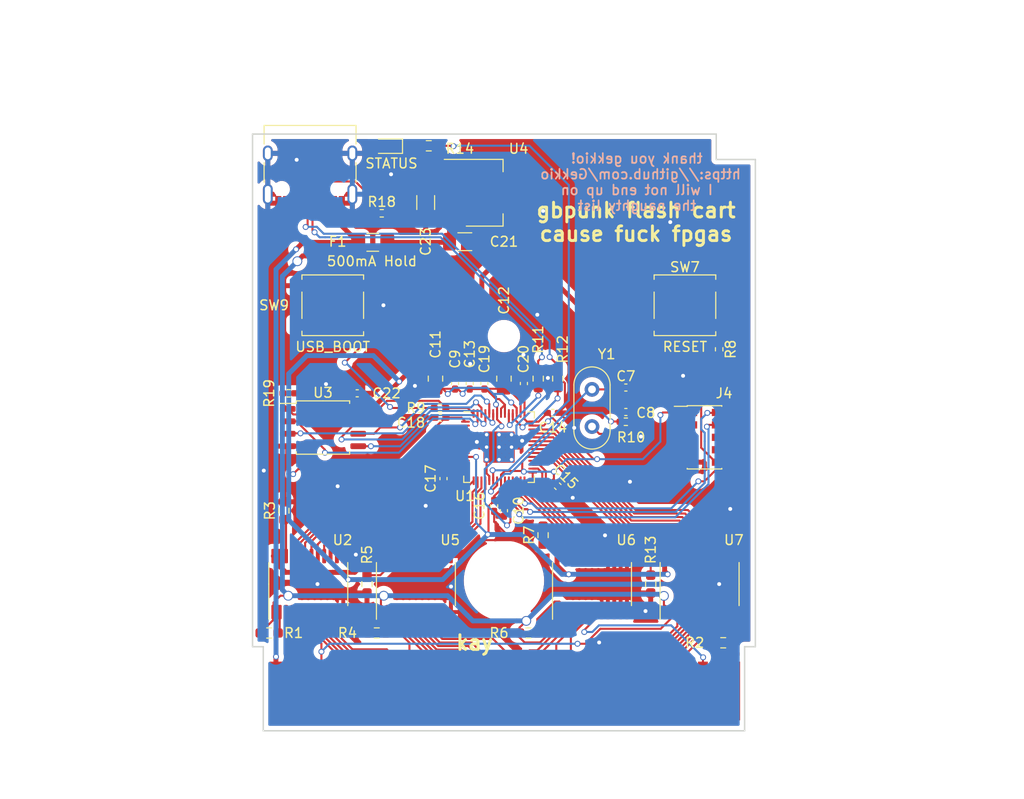
<source format=kicad_pcb>
(kicad_pcb (version 20211014) (generator pcbnew)
  (title_block (title "GB-BRK-CART") (rev "v4.0") (company "https://gekkio.fi"))
  (layers (0 "F.Cu" signal) (31 "B.Cu" signal) (34 "B.Paste" user) (35 "F.Paste" user) (36 "B.SilkS" user "B.Silkscreen") (37 "F.SilkS" user "F.Silkscreen") (38 "B.Mask" user) (39 "F.Mask" user) (44 "Edge.Cuts" user))
  (net 0 "")
  (net 1 "Net-(C7-Pad1)")
  (net 2 "GND")
  (net 3 "Net-(C8-Pad1)")
  (net 4 "+1V1")
  (net 5 "VBUS")
  (net 6 "Net-(D1-Pad1)")
  (net 7 "+5V")
  (net 8 "/CLK")
  (net 9 "/~{WR}")
  (net 10 "/~{RD}")
  (net 11 "/~{CS}")
  (net 12 "/A0")
  (net 13 "/A1")
  (net 14 "/A2")
  (net 15 "/A3")
  (net 16 "/A4")
  (net 17 "/A5")
  (net 18 "/A6")
  (net 19 "/A7")
  (net 20 "/A8")
  (net 21 "/A9")
  (net 22 "/A10")
  (net 23 "/A11")
  (net 24 "/A12")
  (net 25 "/A13")
  (net 26 "/A14")
  (net 27 "/A15")
  (net 28 "/D0")
  (net 29 "/D1")
  (net 30 "/D2")
  (net 31 "/D3")
  (net 32 "/D4")
  (net 33 "/D5")
  (net 34 "/D6")
  (net 35 "/D7")
  (net 36 "/RST")
  (net 37 "Net-(J1-Pad31)")
  (net 38 "/SWDIO")
  (net 39 "/SWCLK")
  (net 43 "/RUN")
  (net 44 "Net-(P1-PadA5)")
  (net 45 "/USB_DP")
  (net 46 "/USB_DM")
  (net 50 "Net-(R1-Pad1)")
  (net 51 "/~{QSPI_CS}")
  (net 52 "/~{USB_BOOT}")
  (net 53 "Net-(R10-Pad2)")
  (net 54 "Net-(R11-Pad2)")
  (net 55 "Net-(R12-Pad2)")
  (net 56 "/QSPI_D3")
  (net 57 "/QSPI_CLK")
  (net 58 "/QSPI_D0")
  (net 59 "/QSPI_D2")
  (net 60 "/QSPI_D1")
  (net 61 "Net-(R3-Pad1)")
  (net 62 "Net-(R4-Pad1)")
  (net 63 "Net-(R5-Pad1)")
  (net 64 "Net-(R6-Pad1)")
  (net 65 "Net-(R7-Pad1)")
  (net 66 "Net-(R13-Pad1)")
  (net 67 "/CLK_L")
  (net 68 "/~{WR_L}")
  (net 69 "/~{RD_L}")
  (net 70 "/~{CS_L}")
  (net 71 "/A0_L")
  (net 72 "/A1_L")
  (net 73 "/A2_L")
  (net 74 "/A3_L")
  (net 75 "/A4_L")
  (net 76 "/A5_L")
  (net 77 "/A6_L")
  (net 78 "/A7_L")
  (net 79 "/A8_L")
  (net 80 "/A9_L")
  (net 81 "/A10_L")
  (net 82 "/A11_L")
  (net 83 "/A12_L")
  (net 84 "/A13_L")
  (net 85 "/A14_L")
  (net 86 "/A15_L")
  (net 87 "/RST_L")
  (net 88 "/D0_L")
  (net 89 "/D1_L")
  (net 90 "/D2_L")
  (net 91 "/D3_L")
  (net 92 "/D4_L")
  (net 93 "/D5_L")
  (net 94 "/D6_L")
  (net 95 "/D7_L")
  (net 96 "+3.3V")
  (net 97 "Net-(R14-Pad2)")
  (footprint "Gekkio_MountingHole:MountingHole_7.2mm" (layer "F.Cu") (at 100 84.65)
    (fp_text reference "MK1" hide)
    (fp_text value "DNF" hide)
  )
  (footprint "Gekkio_MountingHole:MountingHole_2.3mm" (layer "F.Cu") (at 100 59.65)
    (fp_text reference "MK2" hide)
    (fp_text value "DNF" hide)
  )
  (footprint "Capacitor_SMD:C_0402_1005Metric_Pad0.74x0.62mm_HandSolder" (layer "F.Cu") (at 102.04 64.5 90)
    (fp_text reference "C20")
    (fp_text value "100nF" hide)
  )
  (footprint "Capacitor_SMD:C_0402_1005Metric_Pad0.74x0.62mm_HandSolder" (layer "F.Cu") (at 96.5 64.5 90)
    (fp_text reference "C13")
    (fp_text value "100nF" hide)
  )
  (footprint "Package_SO:TSSOP-24_4.4x7.8mm_P0.65mm" (layer "F.Cu") (at 120 85 90)
    (fp_text reference "U7")
    (fp_text value "SN74LVC4245A" hide)
  )
  (footprint "Capacitor_SMD:C_0402_1005Metric_Pad0.74x0.62mm_HandSolder" (layer "F.Cu") (at 93.82 74.22 -90)
    (fp_text reference "C17")
    (fp_text value "100nF" hide)
  )
  (footprint "Capacitor_SMD:C_0402_1005Metric_Pad0.74x0.62mm_HandSolder" (layer "F.Cu") (at 105 67.5)
    (fp_text reference "C14")
    (fp_text value "100nF" hide)
  )
  (footprint "Capacitor_SMD:C_0402_1005Metric_Pad0.74x0.62mm_HandSolder" (layer "F.Cu") (at 85 65.5)
    (fp_text reference "C22")
    (fp_text value "100nF" hide)
  )
  (footprint "Resistor_SMD:R_0402_1005Metric_Pad0.72x0.64mm_HandSolder" (layer "F.Cu") (at 93.4625 67 180)
    (fp_text reference "R9")
    (fp_text value "1k" hide)
  )
  (footprint "Resistor_SMD:R_0603_1608Metric_Pad0.98x0.95mm_HandSolder" (layer "F.Cu") (at 115 85 -90)
    (fp_text reference "R13")
    (fp_text value "1k" hide)
  )
  (footprint "Resistor_SMD:R_0603_1608Metric_Pad0.98x0.95mm_HandSolder" (layer "F.Cu") (at 102.5 90 180)
    (fp_text reference "R6")
    (fp_text value "1k" hide)
  )
  (footprint "Capacitor_SMD:C_1206_3216Metric_Pad1.33x1.80mm_HandSolder" (layer "F.Cu") (at 96 50)
    (fp_text reference "C21")
    (fp_text value "10uF" hide)
  )
  (footprint "Capacitor_SMD:C_0805_2012Metric_Pad1.18x1.45mm_HandSolder" (layer "F.Cu") (at 93 64 90)
    (fp_text reference "C11")
    (fp_text value "1uF" hide)
  )
  (footprint "Resistor_SMD:R_0603_1608Metric_Pad0.98x0.95mm_HandSolder" (layer "F.Cu") (at 103.5 64 -90)
    (fp_text reference "R11")
    (fp_text value "27" hide)
  )
  (footprint "Connector_PinHeader_1.27mm:PinHeader_2x05_P1.27mm_Vertical_SMD" (layer "F.Cu") (at 120.5 70)
    (fp_text reference "J4")
    (fp_text value "SWD_CONNECTOR" hide)
  )
  (footprint "Resistor_SMD:R_0402_1005Metric_Pad0.72x0.64mm_HandSolder" (layer "F.Cu") (at 78 65.5 180)
    (fp_text reference "R19")
    (fp_text value "10k" hide)
  )
  (footprint "Resistor_SMD:R_0603_1608Metric_Pad0.98x0.95mm_HandSolder" (layer "F.Cu") (at 105.5 64 -90)
    (fp_text reference "R12")
    (fp_text value "27" hide)
  )
  (footprint "Crystal:Crystal_HC52-8mm_Vertical" (layer "F.Cu") (at 109 68.9 90)
    (fp_text reference "Y1")
    (fp_text value "12MHz" hide)
  )
  (footprint "Button_Switch_SMD:SW_SPST_EVPBF" (layer "F.Cu") (at 82.5 56.5)
    (fp_text reference "SW9")
    (fp_text value "USB_BOOT")
  )
  (footprint "Resistor_SMD:R_0603_1608Metric_Pad0.98x0.95mm_HandSolder" (layer "F.Cu") (at 122.4125 91 180)
    (fp_text reference "R2")
    (fp_text value "1k" hide)
  )
  (footprint "Connector_USB:USB_C_Receptacle_HRO_TYPE-C-31-M-12" (layer "F.Cu") (at 80.18 42.02 180)
    (fp_text reference "P1" hide)
    (fp_text value "USB_C_CONNECTOR" hide)
  )
  (footprint "Capacitor_SMD:C_0402_1005Metric_Pad0.74x0.62mm_HandSolder" (layer "F.Cu") (at 112.46 67.41 180)
    (fp_text reference "C8")
    (fp_text value "27pF" hide)
  )
  (footprint "Resistor_SMD:R_0603_1608Metric_Pad0.98x0.95mm_HandSolder" (layer "F.Cu") (at 86 85 -90)
    (fp_text reference "R5")
    (fp_text value "1k" hide)
  )
  (footprint "gbpunk:GameBoy_Cartridge_1x32_P1.50mm_Edge" (layer "F.Cu") (at 100.09 95.93)
    (fp_text reference "J1" hide)
    (fp_text value "CART" hide)
  )
  (footprint "Capacitor_SMD:C_0402_1005Metric_Pad0.74x0.62mm_HandSolder" (layer "F.Cu") (at 99 77 -90)
    (fp_text reference "C16")
    (fp_text value "100nF" hide)
  )
  (footprint "Package_SO:TSSOP-24_4.4x7.8mm_P0.65mm" (layer "F.Cu") (at 109 85 90)
    (fp_text reference "U6")
    (fp_text value "SN74LVC4245A" hide)
  )
  (footprint "Capacitor_SMD:C_0402_1005Metric_Pad0.74x0.62mm_HandSolder" (layer "F.Cu") (at 105.5 75 -45)
    (fp_text reference "C15")
    (fp_text value "100nF" hide)
  )
  (footprint "Resistor_SMD:R_0402_1005Metric_Pad0.72x0.64mm_HandSolder" (layer "F.Cu") (at 87.51 47.1)
    (fp_text reference "R18")
    (fp_text value "56k" hide)
  )
  (footprint "Package_SO:SOIC-8_5.23x5.23mm_P1.27mm" (layer "F.Cu") (at 81.5 69)
    (fp_text reference "U3")
    (fp_text value "W25Q128JVS" hide)
  )
  (footprint "Resistor_SMD:R_0603_1608Metric_Pad0.98x0.95mm_HandSolder" (layer "F.Cu") (at 104 80 90)
    (fp_text reference "R7")
    (fp_text value "1k" hide)
  )
  (footprint "Resistor_SMD:R_0603_1608Metric_Pad0.98x0.95mm_HandSolder" (layer "F.Cu") (at 76 90 180)
    (fp_text reference "R1")
    (fp_text value "1k" hide)
  )
  (footprint "Button_Switch_SMD:SW_SPST_EVPBF" (layer "F.Cu") (at 118.5 56.5)
    (fp_text reference "SW7")
    (fp_text value "RESET")
  )
  (footprint "Capacitor_SMD:C_0402_1005Metric_Pad0.74x0.62mm_HandSolder" (layer "F.Cu") (at 98 64.5 90)
    (fp_text reference "C19")
    (fp_text value "100nF" hide)
  )
  (footprint "Package_TO_SOT_SMD:SOT-223-3_TabPin2" (layer "F.Cu") (at 98 45)
    (fp_text reference "U4")
    (fp_text value "NCP1117-3.3_SOT223" hide)
  )
  (footprint "Package_SO:TSSOP-24_4.4x7.8mm_P0.65mm" (layer "F.Cu") (at 80 85 90)
    (fp_text reference "U2")
    (fp_text value "SN74LVC4245A" hide)
  )
  (footprint "Package_SO:TSSOP-24_4.4x7.8mm_P0.65mm" (layer "F.Cu") (at 91 85 90)
    (fp_text reference "U5")
    (fp_text value "SN74LVC4245A" hide)
  )
  (footprint "Resistor_SMD:R_0402_1005Metric_Pad0.72x0.64mm_HandSolder" (layer "F.Cu") (at 122 61 -90)
    (fp_text reference "R8")
    (fp_text value "10k" hide)
  )
  (footprint "gbpunk:RP2040-QFN-56" (layer "F.Cu") (at 99.5 71)
    (fp_text reference "U1")
    (fp_text value "RP2040" hide)
  )
  (footprint "Resistor_SMD:R_0603_1608Metric_Pad0.98x0.95mm_HandSolder" (layer "F.Cu") (at 87 90 180)
    (fp_text reference "R4")
    (fp_text value "1k" hide)
  )
  (footprint "Capacitor_SMD:C_0402_1005Metric_Pad0.74x0.62mm_HandSolder" (layer "F.Cu") (at 112.46 64.91)
    (fp_text reference "C7")
    (fp_text value "27pF" hide)
  )
  (footprint "Capacitor_SMD:C_0402_1005Metric_Pad0.74x0.62mm_HandSolder" (layer "F.Cu") (at 93.5 68 180)
    (fp_text reference "C18")
    (fp_text value "100nF" hide)
  )
  (footprint "LED_SMD:LED_0603_1608Metric_Pad1.05x0.95mm_HandSolder" (layer "F.Cu") (at 87.97 40.24 180)
    (fp_text reference "D1" hide)
    (fp_text value "STATUS")
  )
  (footprint "Fuse:Fuse_1206_3216Metric_Pad1.42x1.75mm_HandSolder" (layer "F.Cu") (at 86.59 50.07 180)
    (fp_text reference "F1")
    (fp_text value "500mA Hold")
  )
  (footprint "Capacitor_SMD:C_0402_1005Metric_Pad0.74x0.62mm_HandSolder" (layer "F.Cu") (at 100 77.5 -90)
    (fp_text reference "C10")
    (fp_text value "100nF" hide)
  )
  (footprint "Resistor_SMD:R_0402_1005Metric_Pad0.72x0.64mm_HandSolder" (layer "F.Cu") (at 112.46 68.41 180)
    (fp_text reference "R10")
    (fp_text value "1k" hide)
  )
  (footprint "Capacitor_SMD:C_0402_1005Metric_Pad0.74x0.62mm_HandSolder" (layer "F.Cu") (at 95 64.5 90)
    (fp_text reference "C9")
    (fp_text value "100nF" hide)
  )
  (footprint "Capacitor_SMD:C_0805_2012Metric_Pad1.18x1.45mm_HandSolder" (layer "F.Cu") (at 100 64 90)
    (fp_text reference "C12")
    (fp_text value "1uF" hide)
  )
  (footprint "Resistor_SMD:R_0603_1608Metric_Pad0.98x0.95mm_HandSolder" (layer "F.Cu") (at 92.315 40.2)
    (fp_text reference "R14")
    (fp_text value "330" hide)
  )
  (footprint "Resistor_SMD:R_0603_1608Metric_Pad0.98x0.95mm_HandSolder" (layer "F.Cu") (at 77.5 77.5 90)
    (fp_text reference "R3")
    (fp_text value "1k" hide)
  )
  (footprint "Capacitor_SMD:C_1206_3216Metric_Pad1.33x1.80mm_HandSolder" (layer "F.Cu") (at 92 46 -90)
    (fp_text reference "C23")
    (fp_text value "10uF" hide)
  )
  (gr_line (start 125.7 41.6) (end 121.7 41.6) (layer "Edge.Cuts") (width 0.15))
  (gr_line (start 124.6 91.4) (end 125.7 91.4) (layer "Edge.Cuts") (width 0.15))
  (gr_line (start 75.4 100) (end 124.6 100) (layer "Edge.Cuts") (width 0.15))
  (gr_line (start 121.7 39) (end 121.7 41.6) (layer "Edge.Cuts") (width 0.15))
  (gr_line (start 124.6 100) (end 124.6 91.4) (layer "Edge.Cuts") (width 0.15))
  (gr_line (start 125.7 91.4) (end 125.7 41.6) (layer "Edge.Cuts") (width 0.15))
  (gr_line (start 74.3 39) (end 121.7 39) (layer "Edge.Cuts") (width 0.15))
  (gr_line (start 74.3 91.4) (end 74.3 39) (layer "Edge.Cuts") (width 0.15))
  (gr_line (start 75.4 100) (end 75.4 91.4) (layer "Edge.Cuts") (width 0.15))
  (gr_line (start 75.4 91.4) (end 74.3 91.4) (layer "Edge.Cuts") (width 0.15))
  (gr_text "thank you gekkio!\nhttps://github.com/Gekkio \nI will not end up on\nthe naughty list" (at 113.58 43.91) (layer "B.SilkS") (effects (font (size 1 1) (thickness 0.175)) (justify mirror)))
  (gr_text "gbpunk flash cart\ncause fuck fpgas" (at 113.5 48) (layer "F.SilkS") (effects (font (size 1.5 1.5) (thickness 0.3))))
  (gr_text "kay" (at 97 91) (layer "F.SilkS") (effects (font (size 1.5 1.5) (thickness 0.3))))
  (segment (start 98.9 74.4375) (end 98.9 73.43) (width 0.21) (layer "F.Cu") (net 1))
  (segment (start 111.8925 64.91) (end 111.7025 65.1) (width 0.21) (layer "F.Cu") (net 1))
  (segment (start 111.7025 65.1) (end 109 65.1) (width 0.21) (layer "F.Cu") (net 1))
  (segment (start 98.9 73.43) (end 98.84 73.37) (width 0.21) (layer "F.Cu") (net 1))
  (via (at 98.84 73.37) (size 0.6) (drill 0.4) (layers "F.Cu" "B.Cu") (net 1))
  (segment (start 102.612555 71.227445) (end 102.607445 71.227445) (width 0.21) (layer "B.Cu") (net 1))
  (segment (start 109 65.1) (end 108.74 65.1) (width 0.21) (layer "B.Cu") (net 1))
  (segment (start 108.74 65.1) (end 102.612555 71.227445) (width 0.21) (layer "B.Cu") (net 1))
  (segment (start 100.464889 73.37) (end 98.84 73.37) (width 0.21) (layer "B.Cu") (net 1))
  (segment (start 102.607445 71.227445) (end 100.464889 73.37) (width 0.21) (layer "B.Cu") (net 1))
  (segment (start 105.5675 67.5) (end 106.23 66.8375) (width 0.21) (layer "F.Cu") (net 2))
  (segment (start 105.65 67.5) (end 107.18 69.03) (width 0.21) (layer "F.Cu") (net 2))
  (segment (start 97.9925 63.9325) (end 96.55 62.49) (width 0.21) (layer "F.Cu") (net 2))
  (segment (start 94.59 85.25) (end 94.59 84.02917) (width 0.21) (layer "F.Cu") (net 2))
  (segment (start 105.7015 63.93) (end 104.49 63.93) (width 0.21) (layer "F.Cu") (net 2))
  (segment (start 100 78.0675) (end 99.5 78.0675) (width 0.21) (layer "F.Cu") (net 2))
  (segment (start 98.5 73.968665) (end 98.5 74.4375) (width 0.21) (layer "F.Cu") (net 2))
  (segment (start 99.5 78.0675) (end 99 77.5675) (width 0.21) (layer "F.Cu") (net 2))
  (segment (start 106.23 64.4585) (end 105.7015 63.93) (width 0.21) (layer "F.Cu") (net 2))
  (segment (start 94.59 84.02917) (end 98.11017 80.509) (width 0.21) (layer "F.Cu") (net 2))
  (segment (start 99 78.638) (end 100.871 80.509) (width 0.21) (layer "F.Cu") (net 2))
  (segment (start 96.5 62.54) (end 96.5 63.9325) (width 0.21) (layer "F.Cu") (net 2))
  (segment (start 98.225 73.685) (end 98.220668 73.689332) (width 0.21) (layer "F.Cu") (net 2))
  (segment (start 96.545 62.495) (end 96.5 62.54) (width 0.21) (layer "F.Cu") (net 2))
  (segment (start 98 63.9325) (end 97.9925 63.9325) (width 0.21) (layer "F.Cu") (net 2))
  (segment (start 98.225 72.275) (end 98.225 73.685) (width 0.21) (layer "F.Cu") (net 2))
  (segment (start 98.220668 73.689332) (end 98.5 73.968665) (width 0.21) (layer "F.Cu") (net 2))
  (segment (start 106.23 66.8375) (end 106.23 64.4585) (width 0.21) (layer "F.Cu") (net 2))
  (segment (start 105.5675 67.5) (end 105.65 67.5) (width 0.21) (layer "F.Cu") (net 2))
  (segment (start 100.871 80.509) (end 102.2925 79.0875) (width 0.21) (layer "F.Cu") (net 2))
  (segment (start 102.2925 79.0875) (end 104 79.0875) (width 0.21) (layer "F.Cu") (net 2))
  (segment (start 99 77.5675) (end 99 78.638) (width 0.21) (layer "F.Cu") (net 2))
  (segment (start 98.11017 80.509) (end 100.871 80.509) (width 0.21) (layer "F.Cu") (net 2))
  (segment (start 96.55 62.49) (end 96.545 62.495) (width 0.21) (layer "F.Cu") (net 2))
  (via (at 114.47 87.76) (size 0.6) (drill 0.4) (layers "F.Cu" "B.Cu") (net 2))
  (via (at 96.545 62.495) (size 0.6) (drill 0.4) (layers "F.Cu" "B.Cu") (net 2))
  (via (at 97.23 70.47) (size 0.6) (drill 0.4) (layers "F.Cu" "B.Cu") (net 2))
  (via (at 107.03 76.18) (size 0.6) (drill 0.4) (layers "F.Cu" "B.Cu") (net 2))
  (via (at 92 77) (size 0.6) (drill 0.4) (layers "F.Cu" "B.Cu") (net 2))
  (via (at 104 46.86) (size 0.6) (drill 0.4) (layers "F.Cu" "B.Cu") (net 2))
  (via (at 104.49 63.93) (size 0.6) (drill 0.4) (layers "F.Cu" "B.Cu") (net 2))
  (via (at 109.73 90.97) (size 0.6) (drill 0.4) (layers "F.Cu" "B.Cu") (net 2))
  (via (at 80.94 85) (size 0.6) (drill 0.4) (layers "F.Cu" "B.Cu") (net 2))
  (via (at 110.33 80.02) (size 0.6) (drill 0.4) (layers "F.Cu" "B.Cu") (net 2))
  (via (at 87.68 56.5) (size 0.6) (drill 0.4) (layers "F.Cu" "B.Cu") (net 2))
  (via (at 84.86 81.99) (size 0.6) (drill 0.4) (layers "F.Cu" "B.Cu") (net 2))
  (via (at 107.18 69.03) (size 0.6) (drill 0.4) (layers "F.Cu" "B.Cu") (net 2))
  (via (at 94.59 85.25) (size 0.6) (drill 0.4) (layers "F.Cu" "B.Cu") (net 2))
  (via (at 112.88 74.54) (size 0.6) (drill 0.4) (layers "F.Cu" "B.Cu") (net 2))
  (via (at 81.81 64.56) (size 0.6) (drill 0.4) (layers "F.Cu" "B.Cu") (net 2))
  (via (at 101.86 70.35) (size 0.6) (drill 0.4) (layers "F.Cu" "B.Cu") (net 2))
  (via (at 114 69.92) (size 0.6) (drill 0.4) (layers "F.Cu" "B.Cu") (net 2))
  (via (at 90.9 64.74) (size 0.6) (drill 0.4) (layers "F.Cu" "B.Cu") (net 2))
  (via (at 122 85) (size 0.6) (drill 0.4) (layers "F.Cu" "B.Cu") (net 2))
  (via (at 83 75) (size 0.6) (drill 0.4) (layers "F.Cu" "B.Cu") (net 2))
  (via (at 101.99 61.56) (size 0.6) (drill 0.4) (layers "F.Cu" "B.Cu") (net 2))
  (via (at 75.45 73.4) (size 0.6) (drill 0.4) (layers "F.Cu" "B.Cu") (net 2))
  (via (at 117 48) (size 0.6) (drill 0.4) (layers "F.Cu" "B.Cu") (net 2))
  (via (at 118.31 63.71) (size 0.6) (drill 0.4) (layers "F.Cu" "B.Cu") (net 2))
  (via (at 88.46 43.11) (size 0.6) (drill 0.4) (layers "F.Cu" "B.Cu") (net 2))
  (via (at 123.13 77.32) (size 0.6) (drill 0.4) (layers "F.Cu" "B.Cu") (net 2))
  (via (at 103.41 57.47) (size 0.6) (drill 0.4) (layers "F.Cu" "B.Cu") (net 2))
  (via (at 78.81 41.63) (size 0.6) (drill 0.4) (layers "F.Cu" "B.Cu") (net 2))
  (segment (start 97.76 71) (end 97.23 70.47) (width 0.5) (layer "B.Cu") (net 2))
  (segment (start 97.615 69.725) (end 97.615 70.075) (width 0.5) (layer "B.Cu") (net 2))
  (segment (start 101.27 69.76) (end 101.27 68.79117) (width 0.21) (layer "B.Cu") (net 2))
  (segment (start 96.85 70.09) (end 97.23 70.47) (width 0.5) (layer "B.Cu") (net 2))
  (segment (start 100.46 69.7) (end 100.75 69.7) (width 0.5) (layer "B.Cu") (net 2))
  (segment (start 101.27 68.79117) (end 104.49 65.57117) (width 0.21) (layer "B.Cu") (net 2))
  (segment (start 100.775 71) (end 100.775 72.275) (width 0.5) (layer "B.Cu") (net 2))
  (segment (start 99.5 69.725) (end 100.775 71) (width 0.5) (layer "B.Cu") (net 2))
  (segment (start 100.775 69.725) (end 100.775 71) (width 0.5) (layer "B.Cu") (net 2))
  (segment (start 98.225 69.725) (end 98.225 71) (width 0.5) (layer "B.Cu") (net 2))
  (segment (start 98.225 71) (end 98.225 72.275) (width 0.5) (layer "B.Cu") (net 2))
  (segment (start 99.5 71) (end 100.775 71) (width 0.5) (layer "B.Cu") (net 2))
  (segment (start 99.5 71) (end 100.775 69.725) (width 0.5) (layer "B.Cu") (net 2))
  (segment (start 101.21 71) (end 100.775 71) (width 0.5) (layer "B.Cu") (net 2))
  (segment (start 100.75 69.7) (end 100.775 69.725) (width 0.5) (layer "B.Cu") (net 2))
  (segment (start 101.86 70.35) (end 101.21 71) (width 0.5) (layer "B.Cu") (net 2))
  (segment (start 99.5 72.275) (end 100.775 71) (width 0.5) (layer "B.Cu") (net 2))
  (segment (start 98.225 72.275) (end 98.225 71.465) (width 0.5) (layer "B.Cu") (net 2))
  (segment (start 98.225 71.465) (end 97.76 71) (width 0.5) (layer "B.Cu") (net 2))
  (segment (start 100.775 72.275) (end 99.5 72.275) (width 0.5) (layer "B.Cu") (net 2))
  (segment (start 100.435 69.725) (end 100.46 69.7) (width 0.5) (layer "B.Cu") (net 2))
  (segment (start 97.615 70.075) (end 97.57 70.12) (width 0.5) (layer "B.Cu") (net 2))
  (segment (start 99.5 71) (end 100.775 72.275) (width 0.5) (layer "B.Cu") (net 2))
  (segment (start 101.86 70.35) (end 101.27 69.76) (width 0.21) (layer "B.Cu") (net 2))
  (segment (start 96.885 69.725) (end 96.85 69.76) (width 0.5) (layer "B.Cu") (net 2))
  (segment (start 99.5 71) (end 99.5 69.725) (width 0.5) (layer "B.Cu") (net 2))
  (segment (start 96.85 69.76) (end 96.85 70.09) (width 0.5) (layer "B.Cu") (net 2))
  (segment (start 99.5 69.725) (end 100.435 69.725) (width 0.5) (layer "B.Cu") (net 2))
  (segment (start 104.49 65.57117) (end 104.49 63.93) (width 0.21) (layer "B.Cu") (net 2))
  (segment (start 99.5 72.275) (end 99.5 71) (width 0.5) (layer "B.Cu") (net 2))
  (segment (start 97.615 69.725) (end 96.885 69.725) (width 0.5) (layer "B.Cu") (net 2))
  (segment (start 98.225 71) (end 97.76 71) (width 0.5) (layer "B.Cu") (net 2))
  (segment (start 98.225 69.725) (end 97.615 69.725) (width 0.5) (layer "B.Cu") (net 2))
  (segment (start 111.8175 69.65) (end 109.75 69.65) (width 0.21) (layer "F.Cu") (net 3))
  (segment (start 109.75 69.65) (end 109 68.9) (width 0.21) (layer "F.Cu") (net 3))
  (segment (start 113.0275 68.38) (end 113.0575 68.41) (width 0.21) (layer "F.Cu") (net 3))
  (segment (start 113.0575 68.41) (end 111.8175 69.65) (width 0.21) (layer "F.Cu") (net 3))
  (segment (start 113.0275 67.41) (end 113.0275 68.38) (width 0.21) (layer "F.Cu") (net 3))
  (segment (start 100 76.9325) (end 100.1425 76.9325) (width 0.21) (layer "F.Cu") (net 4))
  (segment (start 99.3 66.755059) (end 99.189339 66.644398) (width 0.21) (layer "F.Cu") (net 4))
  (segment (start 99.3 67.5625) (end 99.3 68.17117) (width 0.21) (layer "F.Cu") (net 4))
  (segment (start 100.1 76.8325) (end 100 76.9325) (width 0.21) (layer "F.Cu") (net 4))
  (segment (start 101.3 67.5625) (end 101.3 67) (width 0.21) (layer "F.Cu") (net 4))
  (segment (start 94.97 65.0375) (end 95 65.0675) (width 0.21) (layer "F.Cu") (net 4))
  (segment (start 99.3 67.5625) (end 99.3 66.755059) (width 0.21) (layer "F.Cu") (net 4))
  (segment (start 93 65.0375) (end 94.97 65.0375) (width 0.21) (layer "F.Cu") (net 4))
  (segment (start 101.3 67) (end 100.74 66.44) (width 0.21) (layer "F.Cu") (net 4))
  (segment (start 95 65.0675) (end 95.2975 65.0675) (width 0.21) (layer "F.Cu") (net 4))
  (segment (start 93 65.0375) (end 93.7375 65.0375) (width 0.21) (layer "F.Cu") (net 4))
  (segment (start 99.3 68.17117) (end 99.740443 68.611613) (width 0.21) (layer "F.Cu") (net 4))
  (segment (start 99.740443 68.611613) (end 99.740443 68.869557) (width 0.21) (layer "F.Cu") (net 4))
  (segment (start 93.7375 65.0375) (end 94.26 65.56) (width 0.21) (layer "F.Cu") (net 4))
  (segment (start 100.1 74.4375) (end 100.1 76.8325) (width 0.21) (layer "F.Cu") (net 4))
  (segment (start 95.2975 65.0675) (end 95.78 65.55) (width 0.21) (layer "F.Cu") (net 4))
  (segment (start 100.66 77.45) (end 100.66 78.65) (width 0.21) (layer "F.Cu") (net 4))
  (segment (start 100.66 78.65) (end 100.31 79) (width 0.21) (layer "F.Cu") (net 4))
  (segment (start 100.1425 76.9325) (end 100.66 77.45) (width 0.21) (layer "F.Cu") (net 4))
  (via (at 95.78 65.55) (size 0.6) (drill 0.4) (layers "F.Cu" "B.Cu") (net 4))
  (via (at 100.74 66.44) (size 0.6) (drill 0.4) (layers "F.Cu" "B.Cu") (net 4))
  (via (at 94.26 65.56) (size 0.6) (drill 0.4) (layers "F.Cu" "B.Cu") (net 4))
  (via (at 99.740443 68.869557) (size 0.6) (drill 0.4) (layers "F.Cu" "B.Cu") (net 4))
  (via (at 100.31 79) (size 0.6) (drill 0.4) (layers "F.Cu" "B.Cu") (net 4))
  (via (at 99.189339 66.644398) (size 0.6) (drill 0.4) (layers "F.Cu" "B.Cu") (net 4))
  (segment (start 95.78 65.47) (end 96.31 64.94) (width 0.21) (layer "B.Cu") (net 4))
  (segment (start 99.740443 68.869557) (end 99.390443 68.869557) (width 0.21) (layer "B.Cu") (net 4))
  (segment (start 99.86 65.56) (end 100.74 66.44) (width 0.21) (layer "B.Cu") (net 4))
  (segment (start 98.92 72.37) (end 98.92 69.34) (width 0.21) (layer "B.Cu") (net 4))
  (segment (start 99.189339 66.644398) (end 99.189339 65.839339) (width 0.21) (layer "B.Cu") (net 4))
  (segment (start 96.31 64.94) (end 98.29 64.94) (width 0.21) (layer "B.Cu") (net 4))
  (segment (start 98.91 65.56) (end 99.86 65.56) (width 0.21) (layer "B.Cu") (net 4))
  (segment (start 99.390443 68.869557) (end 98.92 69.34) (width 0.21) (layer "B.Cu") (net 4))
  (segment (start 95.78 65.55) (end 95.78 65.47) (width 0.21) (layer "B.Cu") (net 4))
  (segment (start 98.04 76.73) (end 98.04 73.25) (width 0.21) (layer "B.Cu") (net 4))
  (segment (start 99.189339 65.839339) (end 98.91 65.56) (width 0.21) (layer "B.Cu") (net 4))
  (segment (start 98.29 64.94) (end 98.91 65.56) (width 0.21) (layer "B.Cu") (net 4))
  (segment (start 100.31 79) (end 98.04 76.73) (width 0.21) (layer "B.Cu") (net 4))
  (segment (start 94.26 65.56) (end 94.88 64.94) (width 0.21) (layer "B.Cu") (net 4))
  (segment (start 94.88 64.94) (end 96.31 64.94) (width 0.21) (layer "B.Cu") (net 4))
  (segment (start 98.04 73.25) (end 98.92 72.37) (width 0.21) (layer "B.Cu") (net 4))
  (segment (start 82.63 47.5975) (end 85.1025 50.07) (width 0.5) (layer "F.Cu") (net 5))
  (segment (start 77.73 48.4) (end 79.4 50.07) (width 0.5) (layer "F.Cu") (net 5))
  (segment (start 82.63 46.065) (end 82.63 47.5975) (width 0.5) (layer "F.Cu") (net 5))
  (segment (start 77.73 46.065) (end 77.73 48.4) (width 0.5) (layer "F.Cu") (net 5))
  (segment (start 76.69 92.44) (end 76.7 92.43) (width 0.5) (layer "F.Cu") (net 5))
  (segment (start 78.75 50.78) (end 79.4 50.13) (width 0.5) (layer "F.Cu") (net 5))
  (segment (start 79.4 50.13) (end 79.4 50.07) (width 0.5) (layer "F.Cu") (net 5))
  (segment (start 79.4 50.07) (end 85.1025 50.07) (width 0.5) (layer "F.Cu") (net 5))
  (segment (start 76.69 95.93) (end 76.69 92.44) (width 0.5) (layer "F.Cu") (net 5))
  (via (at 76.7 92.43) (size 0.6) (drill 0.4) (layers "F.Cu" "B.Cu") (net 5))
  (via (at 78.75 50.78) (size 0.6) (drill 0.4) (layers "F.Cu" "B.Cu") (net 5))
  (segment (start 76.7 92.43) (end 76.7 90.68) (width 0.5) (layer "B.Cu") (net 5))
  (segment (start 76.7 90.68) (end 76.7 52.83) (width 0.5) (layer "B.Cu") (net 5))
  (segment (start 76.7 52.83) (end 78.75 50.78) (width 0.5) (layer "B.Cu") (net 5))
  (segment (start 91.3625 40.24) (end 91.4025 40.2) (width 0.21) (layer "F.Cu") (net 6))
  (segment (start 88.845 40.24) (end 91.3625 40.24) (width 0.21) (layer "F.Cu") (net 6))
  (segment (start 87.425 88.6625) (end 86.0875 90) (width 0.21) (layer "F.Cu") (net 7))
  (segment (start 94.3675 50.07) (end 94.4375 50) (width 0.5) (layer "F.Cu") (net 7))
  (segment (start 101.5875 90.4475) (end 101.5875 90) (width 0.21) (layer "F.Cu") (net 7))
  (segment (start 79.43 51.45) (end 78.88 52) (width 0.5) (layer "F.Cu") (net 7))
  (segment (start 87.425 87.8625) (end 87.425 88.6625) (width 0.21) (layer "F.Cu") (net 7))
  (segment (start 102.11 90.97) (end 101.5875 90.4475) (width 0.21) (layer "F.Cu") (net 7))
  (segment (start 116.35 87.7875) (end 116.425 87.8625) (width 0.21) (layer "F.Cu") (net 7))
  (segment (start 88.0775 50.07) (end 94.3675 50.07) (width 0.5) (layer "F.Cu") (net 7))
  (segment (start 87.425 86.475) (end 87.71 86.19) (width 0.21) (layer "F.Cu") (net 7))
  (segment (start 75.0875 90) (end 76.425 88.6625) (width 0.21) (layer "F.Cu") (net 7))
  (segment (start 87.425 87.8625) (end 87.425 86.475) (width 0.21) (layer "F.Cu") (net 7))
  (segment (start 101.5875 90) (end 101.5875 89.4525) (width 0.21) (layer "F.Cu") (net 7))
  (segment (start 79.78 51.45) (end 79.43 51.45) (width 0.5) (layer "F.Cu") (net 7))
  (segment (start 94.4375 47.7125) (end 94.85 47.3) (width 0.5) (layer "F.Cu") (net 7))
  (segment (start 116.35 86.21) (end 116.35 87.7875) (width 0.21) (layer "F.Cu") (net 7))
  (segment (start 86.6975 51.45) (end 79.78 51.45) (width 0.5) (layer "F.Cu") (net 7))
  (segment (start 94.4375 50) (end 94.4375 47.7125) (width 0.5) (layer "F.Cu") (net 7))
  (segment (start 101.5875 89.4525) (end 102.28 88.76) (width 0.21) (layer "F.Cu") (net 7))
  (segment (start 105.425 89.24293) (end 103.69793 90.97) (width 0.21) (layer "F.Cu") (net 7))
  (segment (start 103.69793 90.97) (end 102.11 90.97) (width 0.21) (layer "F.Cu") (net 7))
  (segment (start 88.0775 50.07) (end 86.6975 51.45) (width 0.5) (layer "F.Cu") (net 7))
  (segment (start 76.425 88.6625) (end 76.425 87.8625) (width 0.21) (layer "F.Cu") (net 7))
  (segment (start 76.425 87.8625) (end 76.45 87.8375) (width 0.21) (layer "F.Cu") (net 7))
  (segment (start 105.425 87.8625) (end 105.425 89.24293) (width 0.21) (layer "F.Cu") (net 7))
  (segment (start 76.45 86.89) (end 77.15 86.19) (width 0.21) (layer "F.Cu") (net 7))
  (segment (start 77.15 86.19) (end 77.95 86.19) (width 0.21) (layer "F.Cu") (net 7))
  (segment (start 76.45 87.8375) (end 76.45 86.89) (width 0.21) (layer "F.Cu") (net 7))
  (via (at 78.88 52) (size 1) (drill 0.8) (layers "F.Cu" "B.Cu") (net 7))
  (via (at 116.35 86.21) (size 1) (drill 0.8) (layers "F.Cu" "B.Cu") (net 7))
  (via (at 77.95 86.19) (size 1) (drill 0.8) (layers "F.Cu" "B.Cu") (net 7))
  (via (at 87.71 86.19) (size 1) (drill 0.8) (layers "F.Cu" "B.Cu") (net 7))
  (via (at 102.28 88.76) (size 1) (drill 0.8) (layers "F.Cu" "B.Cu") (net 7))
  (segment (start 78.88 52) (end 77.35 53.53) (width 0.5) (layer "B.Cu") (net 7))
  (segment (start 87.71 86.19) (end 94.25 86.19) (width 0.5) (layer "B.Cu") (net 7))
  (segment (start 105 86.04) (end 116.18 86.04) (width 0.5) (layer "B.Cu") (net 7))
  (segment (start 116.18 86.04) (end 116.35 86.21) (width 0.5) (layer "B.Cu") (net 7))
  (segment (start 77.35 53.53) (end 77.35 56.95) (width 0.5) (layer "B.Cu") (net 7))
  (segment (start 77.35 85.59) (end 77.95 86.19) (width 0.5) (layer "B.Cu") (net 7))
  (segment (start 77.95 86.19) (end 87.71 86.19) (width 0.5) (layer "B.Cu") (net 7))
  (segment (start 102.28 88.76) (end 105 86.04) (width 0.5) (layer "B.Cu") (net 7))
  (segment (start 94.25 86.19) (end 96.25 88.19) (width 0.5) (layer "B.Cu") (net 7))
  (segment (start 96.82 88.76) (end 101.3 88.76) (width 0.5) (layer "B.Cu") (net 7))
  (segment (start 77.35 56.95) (end 77.35 85.59) (width 0.5) (layer "B.Cu") (net 7))
  (segment (start 101.3 88.76) (end 102.28 88.76) (width 0.5) (layer "B.Cu") (net 7))
  (segment (start 96.25 88.19) (end 96.82 88.76) (width 0.5) (layer "B.Cu") (net 7))
  (segment (start 77.725 87.8625) (end 77.725 88.835) (width 0.21) (layer "F.Cu") (net 8))
  (segment (start 78.34 95.68) (end 78.34 89.45) (width 0.21) (layer "F.Cu") (net 8))
  (segment (start 78.34 89.45) (end 77.725 88.835) (width 0.21) (layer "F.Cu") (net 8))
  (segment (start 79.84 95.68) (end 79.84 90.13) (width 0.21) (layer "F.Cu") (net 9))
  (segment (start 79.84 90.13) (end 78.375 88.665) (width 0.21) (layer "F.Cu") (net 9))
  (segment (start 78.375 87.8625) (end 78.375 88.665) (width 0.21) (layer "F.Cu") (net 9))
  (segment (start 81.34 91.097348) (end 79.025 88.782348) (width 0.21) (layer "F.Cu") (net 10))
  (segment (start 79.025 88.782348) (end 79.025 87.8625) (width 0.21) (layer "F.Cu") (net 10))
  (segment (start 107.52 91.1) (end 108.32 91.1) (width 0.21) (layer "F.Cu") (net 10))
  (segment (start 108.32 91.1) (end 109.85 89.57) (width 0.21) (layer "F.Cu") (net 10))
  (segment (start 81.34 95.68) (end 81.34 91.91) (width 0.21) (layer "F.Cu") (net 10))
  (segment (start 116.027756 89.57) (end 117.075 88.522756) (width 0.21) (layer "F.Cu") (net 10))
  (segment (start 109.85 89.57) (end 116.027756 89.57) (width 0.21) (layer "F.Cu") (net 10))
  (segment (start 117.075 88.522756) (end 117.075 87.8625) (width 0.21) (layer "F.Cu") (net 10))
  (segment (start 81.34 91.91) (end 81.34 91.097348) (width 0.21) (layer "F.Cu") (net 10))
  (via (at 81.34 91.91) (size 0.6) (drill 0.4) (layers "F.Cu" "B.Cu") (net 10))
  (via (at 107.52 91.1) (size 0.6) (drill 0.4) (layers "F.Cu" "B.Cu") (net 10))
  (segment (start 82.15 91.1) (end 81.34 91.91) (width 0.21) (layer "B.Cu") (net 10))
  (segment (start 107.52 91.1) (end 82.15 91.1) (width 0.21) (layer "B.Cu") (net 10))
  (segment (start 82.84 92.088232) (end 79.675 88.923232) (width 0.21) (layer "F.Cu") (net 11))
  (segment (start 79.675 88.923232) (end 79.675 87.8625) (width 0.21) (layer "F.Cu") (net 11))
  (segment (start 82.84 95.68) (end 82.84 92.088232) (width 0.21) (layer "F.Cu") (net 11))
  (segment (start 80.325 89.064116) (end 80.325 87.8625) (width 0.21) (layer "F.Cu") (net 12))
  (segment (start 84.34 95.68) (end 84.34 93.079116) (width 0.21) (layer "F.Cu") (net 12))
  (segment (start 84.34 93.079116) (end 80.325 89.064116) (width 0.21) (layer "F.Cu") (net 12))
  (segment (start 85.01 92.56) (end 85.84 93.39) (width 0.21) (layer "F.Cu") (net 13))
  (segment (start 85.84 93.39) (end 85.84 95.68) (width 0.21) (layer "F.Cu") (net 13))
  (segment (start 80.975 89.205) (end 84.33 92.56) (width 0.21) (layer "F.Cu") (net 13))
  (segment (start 84.33 92.56) (end 85.01 92.56) (width 0.21) (layer "F.Cu") (net 13))
  (segment (start 80.975 87.8625) (end 80.975 89.205) (width 0.21) (layer "F.Cu") (net 13))
  (segment (start 86 92.11) (end 87.34 93.45) (width 0.21) (layer "F.Cu") (net 14))
  (segment (start 81.625 89.305) (end 84.43 92.11) (width 0.21) (layer "F.Cu") (net 14))
  (segment (start 87.34 93.45) (end 87.34 95.68) (width 0.21) (layer "F.Cu") (net 14))
  (segment (start 84.43 92.11) (end 86 92.11) (width 0.21) (layer "F.Cu") (net 14))
  (segment (start 81.625 87.8625) (end 81.625 89.305) (width 0.21) (layer "F.Cu") (net 14))
  (segment (start 82.275 89.435) (end 84.51 91.67) (width 0.21) (layer "F.Cu") (net 15))
  (segment (start 88.84 92.49) (end 88.84 95.68) (width 0.21) (layer "F.Cu") (net 15))
  (segment (start 84.51 91.67) (end 88.02 91.67) (width 0.21) (layer "F.Cu") (net 15))
  (segment (start 82.275 87.8625) (end 82.275 89.435) (width 0.21) (layer "F.Cu") (net 15))
  (segment (start 88.02 91.67) (end 88.84 92.49) (width 0.21) (layer "F.Cu") (net 15))
  (segment (start 88.725 87.8625) (end 88.725 89.384117) (width 0.21) (layer "F.Cu") (net 16))
  (segment (start 88.725 89.384117) (end 90.34 90.999116) (width 0.21) (layer "F.Cu") (net 16))
  (segment (start 90.34 90.999116) (end 90.34 95.68) (width 0.21) (layer "F.Cu") (net 16))
  (segment (start 91.84 95.68) (end 91.84 91.99) (width 0.21) (layer "F.Cu") (net 17))
  (segment (start 89.375 89.525) (end 89.375 87.8625) (width 0.21) (layer "F.Cu") (net 17))
  (segment (start 91.84 91.99) (end 89.375 89.525) (width 0.21) (layer "F.Cu") (net 17))
  (segment (start 90.025 89.623232) (end 93.34 92.938232) (width 0.21) (layer "F.Cu") (net 18))
  (segment (start 90.025 87.8625) (end 90.025 89.623232) (width 0.21) (layer "F.Cu") (net 18))
  (segment (start 93.34 92.938232) (end 93.34 95.68) (width 0.21) (layer "F.Cu") (net 18))
  (segment (start 93.79 92.06) (end 94.84 93.11) (width 0.21) (layer "F.Cu") (net 19))
  (segment (start 90.675 89.764116) (end 92.970884 92.06) (width 0.21) (layer "F.Cu") (net 19))
  (segment (start 94.84 93.11) (end 94.84 95.68) (width 0.21) (layer "F.Cu") (net 19))
  (segment (start 92.970884 92.06) (end 93.79 92.06) (width 0.21) (layer "F.Cu") (net 19))
  (segment (start 90.675 87.8625) (end 90.675 89.764116) (width 0.21) (layer "F.Cu") (net 19))
  (segment (start 93.115884 91.695884) (end 95.625884 91.695884) (width 0.21) (layer "F.Cu") (net 20))
  (segment (start 91.325 89.905) (end 93.115884 91.695884) (width 0.21) (layer "F.Cu") (net 20))
  (segment (start 96.34 92.41) (end 96.34 95.68) (width 0.21) (layer "F.Cu") (net 20))
  (segment (start 91.325 87.8625) (end 91.325 89.905) (width 0.21) (layer "F.Cu") (net 20))
  (segment (start 95.625884 91.695884) (end 96.34 92.41) (width 0.21) (layer "F.Cu") (net 20))
  (segment (start 96.365884 91.335884) (end 97.84 92.81) (width 0.21) (layer "F.Cu") (net 21))
  (segment (start 91.975 90.025) (end 93.285884 91.335884) (width 0.21) (layer "F.Cu") (net 21))
  (segment (start 93.285884 91.335884) (end 96.365884 91.335884) (width 0.21) (layer "F.Cu") (net 21))
  (segment (start 91.975 87.8625) (end 91.975 90.025) (width 0.21) (layer "F.Cu") (net 21))
  (segment (start 97.84 92.81) (end 97.84 95.68) (width 0.21) (layer "F.Cu") (net 21))
  (segment (start 99.34 95.68) (end 99.34 92.9) (width 0.21) (layer "F.Cu") (net 22))
  (segment (start 96.695884 90.975884) (end 98.04 92.32) (width 0.21) (layer "F.Cu") (net 22))
  (segment (start 98.04 92.32) (end 98.76 92.32) (width 0.21) (layer "F.Cu") (net 22))
  (segment (start 99.34 92.9) (end 98.76 92.32) (width 0.21) (layer "F.Cu") (net 22))
  (segment (start 92.625 87.8625) (end 92.625 90.165884) (width 0.21) (layer "F.Cu") (net 22))
  (segment (start 92.625 90.165884) (end 93.435 90.975884) (width 0.21) (layer "F.Cu") (net 22))
  (segment (start 93.435 90.975884) (end 96.695884 90.975884) (width 0.21) (layer "F.Cu") (net 22))
  (segment (start 93.275 90.185) (end 93.705884 90.615884) (width 0.21) (layer "F.Cu") (net 23))
  (segment (start 100.85 92.58) (end 100.84 92.59) (width 0.21) (layer "F.Cu") (net 23))
  (segment (start 98.885884 90.615884) (end 100.85 92.58) (width 0.21) (layer "F.Cu") (net 23))
  (segment (start 93.705884 90.615884) (end 98.885884 90.615884) (width 0.21) (layer "F.Cu") (net 23))
  (segment (start 93.275 87.8625) (end 93.275 90.185) (width 0.21) (layer "F.Cu") (net 23))
  (segment (start 100.84 92.59) (end 100.84 95.68) (width 0.21) (layer "F.Cu") (net 23))
  (segment (start 106.725 88.452046) (end 103.407046 91.77) (width 0.21) (layer "F.Cu") (net 24))
  (segment (start 102.62 91.77) (end 102.34 92.05) (width 0.21) (layer "F.Cu") (net 24))
  (segment (start 103.407046 91.77) (end 102.62 91.77) (width 0.21) (layer "F.Cu") (net 24))
  (segment (start 102.34 92.05) (end 102.34 95.68) (width 0.21) (layer "F.Cu") (net 24))
  (segment (start 106.725 87.8625) (end 106.725 88.452046) (width 0.21) (layer "F.Cu") (net 24))
  (segment (start 107.375 88.452046) (end 107.375 87.8625) (width 0.21) (layer "F.Cu") (net 25))
  (segment (start 103.84 95.68) (end 103.84 91.987046) (width 0.21) (layer "F.Cu") (net 25))
  (segment (start 103.84 91.987046) (end 107.375 88.452046) (width 0.21) (layer "F.Cu") (net 25))
  (segment (start 108.025 87.8625) (end 108.025 88.452046) (width 0.21) (layer "F.Cu") (net 26))
  (segment (start 105.35 92.48) (end 105.34 92.49) (width 0.21) (layer "F.Cu") (net 26))
  (segment (start 105.35 91.127046) (end 105.35 92.48) (width 0.21) (layer "F.Cu") (net 26))
  (segment (start 105.34 92.49) (end 105.34 95.68) (width 0.21) (layer "F.Cu") (net 26))
  (segment (start 108.025 88.452046) (end 105.35 91.127046) (width 0.21) (layer "F.Cu") (net 26))
  (segment (start 106.84 90.287046) (end 108.675 88.452046) (width 0.21) (layer "F.Cu") (net 27))
  (segment (start 108.675 88.452046) (end 108.675 87.8625) (width 0.21) (layer "F.Cu") (net 27))
  (segment (start 106.84 95.68) (end 106.84 90.287046) (width 0.21) (layer "F.Cu") (net 27))
  (segment (start 110.5 92.260884) (end 109.509116 92.260884) (width 0.21) (layer "F.Cu") (net 28))
  (segment (start 117.725 87.8625) (end 117.725 89.310304) (width 0.21) (layer "F.Cu") (net 28))
  (segment (start 117.725 89.310304) (end 116.235304 90.8) (width 0.21) (layer "F.Cu") (net 28))
  (segment (start 108.34 93.43) (end 108.34 95.68) (width 0.21) (layer "F.Cu") (net 28))
  (segment (start 109.509116 92.260884) (end 108.34 93.43) (width 0.21) (layer "F.Cu") (net 28))
  (segment (start 111.960883 90.8) (end 110.5 92.260884) (width 0.21) (layer "F.Cu") (net 28))
  (segment (start 116.235304 90.8) (end 111.960883 90.8) (width 0.21) (layer "F.Cu") (net 28))
  (segment (start 116.38442 91.16) (end 112.11 91.16) (width 0.21) (layer "F.Cu") (net 29))
  (segment (start 118.375 89.16942) (end 116.38442 91.16) (width 0.21) (layer "F.Cu") (net 29))
  (segment (start 112.11 91.16) (end 109.84 93.43) (width 0.21) (layer "F.Cu") (net 29))
  (segment (start 109.84 93.43) (end 109.84 95.68) (width 0.21) (layer "F.Cu") (net 29))
  (segment (start 118.375 87.8625) (end 118.375 89.16942) (width 0.21) (layer "F.Cu") (net 29))
  (segment (start 119.025 89.028536) (end 116.533536 91.52) (width 0.21) (layer "F.Cu") (net 30))
  (segment (start 119.025 87.8625) (end 119.025 89.028536) (width 0.21) (layer "F.Cu") (net 30))
  (segment (start 113.25 91.52) (end 111.34 93.43) (width 0.21) (layer "F.Cu") (net 30))
  (segment (start 116.533536 91.52) (end 113.25 91.52) (width 0.21) (layer "F.Cu") (net 30))
  (segment (start 111.34 93.43) (end 111.34 95.68) (width 0.21) (layer "F.Cu") (net 30))
  (segment (start 114.39 91.88) (end 112.84 93.43) (width 0.21) (layer "F.Cu") (net 31))
  (segment (start 116.682652 91.88) (end 114.39 91.88) (width 0.21) (layer "F.Cu") (net 31))
  (segment (start 119.675 87.8625) (end 119.675 88.887652) (width 0.21) (layer "F.Cu") (net 31))
  (segment (start 119.675 88.887652) (end 116.682652 91.88) (width 0.21) (layer "F.Cu") (net 31))
  (segment (start 112.84 93.43) (end 112.84 95.68) (width 0.21) (layer "F.Cu") (net 31))
  (segment (start 116.831768 92.24) (end 115.53 92.24) (width 0.21) (layer "F.Cu") (net 32))
  (segment (start 120.325 88.746768) (end 116.831768 92.24) (width 0.21) (layer "F.Cu") (net 32))
  (segment (start 120.325 87.8625) (end 120.325 88.746768) (width 0.21) (layer "F.Cu") (net 32))
  (segment (start 114.34 93.43) (end 114.34 95.68) (width 0.21) (layer "F.Cu") (net 32))
  (segment (start 115.53 92.24) (end 114.34 93.43) (width 0.21) (layer "F.Cu") (net 32))
  (segment (start 115.84 95.68) (end 115.84 92.84) (width 0.21) (layer "F.Cu") (net 33))
  (segment (start 120.975 88.605884) (end 120.975 87.8625) (width 0.21) (layer "F.Cu") (net 33))
  (segment (start 116.980884 92.6) (end 120.975 88.605884) (width 0.21) (layer "F.Cu") (net 33))
  (segment (start 116.08 92.6) (end 116.980884 92.6) (width 0.21) (layer "F.Cu") (net 33))
  (segment (start 115.84 92.84) (end 116.08 92.6) (width 0.21) (layer "F.Cu") (net 33))
  (segment (start 121.625 87.8625) (end 121.625 88.465) (width 0.21) (layer "F.Cu") (net 34))
  (segment (start 117.34 92.75) (end 117.34 95.68) (width 0.21) (layer "F.Cu") (net 34))
  (segment (start 121.625 88.465) (end 117.34 92.75) (width 0.21) (layer "F.Cu") (net 34))
  (segment (start 122.275 88.475) (end 118.83 91.92) (width 0.21) (layer "F.Cu") (net 35))
  (segment (start 118.83 91.92) (end 118.84 91.93) (width 0.21) (layer "F.Cu") (net 35))
  (segment (start 122.275 87.8625) (end 122.275 88.475) (width 0.21) (layer "F.Cu") (net 35))
  (segment (start 118.84 91.93) (end 118.84 95.68) (width 0.21) (layer "F.Cu") (net 35))
  (segment (start 109.325 88.586228) (end 109.005614 88.905614) (width 0.21) (layer "F.Cu") (net 36))
  (segment (start 109.325 87.8625) (end 109.325 88.586228) (width 0.21) (layer "F.Cu") (net 36))
  (segment (start 120.34 92.51) (end 120.34 95.68) (width 0.21) (layer "F.Cu") (net 36))
  (segment (start 108.21 89.9) (end 108.21 89.701228) (width 0.21) (layer "F.Cu") (net 36))
  (segment (start 108.21 89.701228) (end 109.005614 88.905614) (width 0.21) (layer "F.Cu") (net 36))
  (segment (start 120.36 92.49) (end 120.34 92.51) (width 0.21) (layer "F.Cu") (net 36))
  (via (at 108.21 89.9) (size 0.6) (drill 0.4) (layers "F.Cu" "B.Cu") (net 36))
  (via (at 120.36 92.49) (size 0.6) (drill 0.4) (layers "F.Cu" "B.Cu") (net 36))
  (segment (start 109.709386 89.220614) (end 117.090614 89.220614) (width 0.21) (layer "B.Cu") (net 36))
  (segment (start 109.03 89.9) (end 108.21 89.9) (width 0.21) (layer "B.Cu") (net 36))
  (segment (start 117.090614 89.220614) (end 120.36 92.49) (width 0.21) (layer "B.Cu") (net 36))
  (segment (start 109.709386 89.220614) (end 109.03 89.9) (width 0.21) (layer "B.Cu") (net 36))
  (segment (start 121.84 91.34) (end 121.84 95.68) (width 0.21) (layer "F.Cu") (net 37))
  (segment (start 121.5 91) (end 121.84 91.34) (width 0.21) (layer "F.Cu") (net 37))
  (segment (start 102.105274 77.344726) (end 102.25 77.344726) (width 0.21) (layer "F.Cu") (net 38))
  (segment (start 101.898581 77.344726) (end 102.105274 77.344726) (width 0.21) (layer "F.Cu") (net 38))
  (segment (start 122.41 67.5) (end 122.45 67.46) (width 0.21) (layer "F.Cu") (net 38))
  (segment (start 102.391177 77.344726) (end 102.669087 77.622636) (width 0.21) (layer "F.Cu") (net 38))
  (segment (start 120.79 67.5) (end 122.41 67.5) (width 0.21) (layer "F.Cu") (net 38))
  (segment (start 100.9 76.346145) (end 101.898581 77.344726) (width 0.21) (layer "F.Cu") (net 38))
  (segment (start 100.9 74.4375) (end 100.9 76.346145) (width 0.21) (layer "F.Cu") (net 38))
  (segment (start 102.105274 77.344726) (end 102.391177 77.344726) (width 0.21) (layer "F.Cu") (net 38))
  (via (at 120.79 67.5) (size 0.6) (drill 0.4) (layers "F.Cu" "B.Cu") (net 38))
  (via (at 102.669087 77.622636) (size 0.6) (drill 0.4) (layers "F.Cu" "B.Cu") (net 38))
  (segment (start 118.900442 76.280442) (end 120.52 74.660884) (width 0.21) (layer "B.Cu") (net 38))
  (segment (start 120.161 69.181) (end 120.161 68.129) (width 0.21) (layer "B.Cu") (net 38))
  (segment (start 117.558248 77.622636) (end 118.900442 76.280442) (width 0.21) (layer "B.Cu") (net 38))
  (segment (start 120.49 69.51) (end 120.161 69.181) (width 0.21) (layer "B.Cu") (net 38))
  (segment (start 120.52 74.660884) (end 120.52 70.4) (width 0.21) (layer "B.Cu") (net 38))
  (segment (start 102.669087 77.622636) (end 117.558248 77.622636) (width 0.21) (layer "B.Cu") (net 38))
  (segment (start 120.52 69.54) (end 120.49 69.51) (width 0.21) (layer "B.Cu") (net 38))
  (segment (start 120.161 68.129) (end 120.79 67.5) (width 0.21) (layer "B.Cu") (net 38))
  (segment (start 120.52 70.4) (end 120.52 69.54) (width 0.21) (layer "B.Cu") (net 38))
  (segment (start 100.5 76.455261) (end 101.54737 77.502631) (width 0.21) (layer "F.Cu") (net 39))
  (segment (start 101.56 77.515261) (end 101.56 77.86) (width 0.21) (layer "F.Cu") (net 39))
  (segment (start 101.54737 77.502631) (end 101.56 77.515261) (width 0.21) (layer "F.Cu") (net 39))
  (segment (start 122.45 68.73) (end 120.92 68.73) (width 0.21) (layer "F.Cu") (net 39))
  (segment (start 120.92 68.73) (end 120.74 68.91) (width 0.21) (layer "F.Cu") (net 39))
  (segment (start 100.5 74.4375) (end 100.5 75.94) (width 0.21) (layer "F.Cu") (net 39))
  (segment (start 100.5 75.94) (end 100.5 76.455261) (width 0.21) (layer "F.Cu") (net 39))
  (via (at 101.56 77.86) (size 0.6) (drill 0.4) (layers "F.Cu" "B.Cu") (net 39))
  (via (at 120.74 68.91) (size 0.6) (drill 0.4) (layers "F.Cu" "B.Cu") (net 39))
  (segment (start 120.91 74.78) (end 120.91 69.08) (width 0.21) (layer "B.Cu") (net 39))
  (segment (start 101.56 77.86) (end 101.881636 78.181636) (width 0.21) (layer "B.Cu") (net 39))
  (segment (start 117.508364 78.181636) (end 120.91 74.78) (width 0.21) (layer "B.Cu") (net 39))
  (segment (start 120.91 69.08) (end 120.74 68.91) (width 0.21) (layer "B.Cu") (net 39))
  (segment (start 101.881636 78.181636) (end 117.508364 78.181636) (width 0.21) (layer "B.Cu") (net 39))
  (segment (start 122.92 60.04) (end 121.38 58.5) (width 0.21) (layer "F.Cu") (net 43))
  (segment (start 102.138411 76.488411) (end 102.138411 76.765726) (width 0.21) (layer "F.Cu") (net 43))
  (segment (start 120.575 61.575) (end 121.9775 61.575) (width 0.21) (layer "F.Cu") (net 43))
  (segment (start 122.45 72.54) (end 120.493879 74.496121) (width 0.21) (layer "F.Cu") (net 43))
  (segment (start 120.575 61.575) (end 120.161 61.989) (width 0.21) (layer "F.Cu") (net 43))
  (segment (start 121.64 72.54) (end 122.45 72.54) (width 0.21) (layer "F.Cu") (net 43))
  (segment (start 101.3 74.4375) (end 101.3 75.65) (width 0.21) (layer "F.Cu") (net 43))
  (segment (start 120.493879 74.496121) (end 119.87277 74.496121) (width 0.21) (layer "F.Cu") (net 43))
  (segment (start 120.161 71.061) (end 121.64 72.54) (width 0.21) (layer "F.Cu") (net 43))
  (segment (start 120.161 61.989) (end 120.161 71.061) (width 0.21) (layer "F.Cu") (net 43))
  (segment (start 101.86 76.21) (end 102.138411 76.488411) (width 0.21) (layer "F.Cu") (net 43))
  (segment (start 122.92 60.93) (end 122.92 60.04) (width 0.21) (layer "F.Cu") (net 43))
  (segment (start 122 61.5975) (end 122.2525 61.5975) (width 0.21) (layer "F.Cu") (net 43))
  (segment (start 121.9775 61.575) (end 122 61.5975) (width 0.21) (layer "F.Cu") (net 43))
  (segment (start 115.62 58.5) (end 121.38 58.5) (width 0.21) (layer "F.Cu") (net 43))
  (segment (start 101.3 75.65) (end 101.86 76.21) (width 0.21) (layer "F.Cu") (net 43))
  (segment (start 122.2525 61.5975) (end 122.92 60.93) (width 0.21) (layer "F.Cu") (net 43))
  (via (at 102.138411 76.765726) (size 0.6) (drill 0.4) (layers "F.Cu" "B.Cu") (net 43))
  (via (at 119.87277 74.496121) (size 0.6) (drill 0.4) (layers "F.Cu" "B.Cu") (net 43))
  (segment (start 103.37 77.262636) (end 117.106255 77.262636) (width 0.21) (layer "B.Cu") (net 43))
  (segment (start 117.106255 77.262636) (end 119.87277 74.496121) (width 0.21) (layer "B.Cu") (net 43))
  (segment (start 102.138411 76.765726) (end 102.87309 76.765726) (width 0.21) (layer "B.Cu") (net 43))
  (segment (start 102.87309 76.765726) (end 103.37 77.262636) (width 0.21) (layer "B.Cu") (net 43))
  (segment (start 81.43 44.45) (end 82.035 43.845) (width 0.21) (layer "F.Cu") (net 44))
  (segment (start 84.812731 43.845) (end 86.9125 45.944769) (width 0.21) (layer "F.Cu") (net 44))
  (segment (start 86.9125 45.944769) (end 86.9125 47.1) (width 0.21) (layer "F.Cu") (net 44))
  (segment (start 82.035 43.845) (end 84.812731 43.845) (width 0.21) (layer "F.Cu") (net 44))
  (segment (start 81.43 46.065) (end 81.43 44.45) (width 0.21) (layer "F.Cu") (net 44))
  (segment (start 80.43 48.83) (end 80.43 46.065) (width 0.21) (layer "F.Cu") (net 45))
  (segment (start 80.64 49.04) (end 80.43 48.83) (width 0.21) (layer "F.Cu") (net 45))
  (segment (start 103.5 63.0875) (end 103.5 62.19) (width 0.21) (layer "F.Cu") (net 45))
  (segment (start 103.5 62.19) (end 103.88 61.81) (width 0.21) (layer "F.Cu") (net 45))
  (via (at 80.64 49.04) (size 0.6) (drill 0.4) (layers "F.Cu" "B.Cu") (net 45))
  (via (at 103.88 61.81) (size 0.6) (drill 0.4) (layers "F.Cu" "B.Cu") (net 45))
  (segment (start 98.87 54.9) (end 93.52 49.55) (width 0.21) (layer "B.Cu") (net 45))
  (segment (start 103.88 59.91) (end 98.87 54.9) (width 0.21) (layer "B.Cu") (net 45))
  (segment (start 103.88 61.81) (end 103.88 59.91) (width 0.21) (layer "B.Cu") (net 45))
  (segment (start 93.52 49.55) (end 81.72 49.55) (width 0.21) (layer "B.Cu") (net 45))
  (segment (start 81.72 49.55) (end 81.15 49.55) (width 0.21) (layer "B.Cu") (net 45))
  (segment (start 81.15 49.55) (end 80.64 49.04) (width 0.21) (layer "B.Cu") (net 45))
  (segment (start 79.73 48.5) (end 79.93 48.3) (width 0.21) (layer "F.Cu") (net 46))
  (segment (start 79.93 48.3) (end 79.93 46.065) (width 0.21) (layer "F.Cu") (net 46))
  (segment (start 105.5 63.0875) (end 105.5 62.62) (width 0.21) (layer "F.Cu") (net 46))
  (segment (start 105.5 62.62) (end 104.67 61.79) (width 0.21) (layer "F.Cu") (net 46))
  (via (at 104.67 61.79) (size 0.6) (drill 0.4) (layers "F.Cu" "B.Cu") (net 46))
  (via (at 79.73 48.5) (size 0.6) (drill 0.4) (layers "F.Cu" "B.Cu") (net 46))
  (segment (start 104.67 60.190884) (end 93.669117 49.19) (width 0.21) (layer "B.Cu") (net 46))
  (segment (start 79.749 48.481) (end 79.73 48.5) (width 0.21) (layer "B.Cu") (net 46))
  (segment (start 104.67 61.79) (end 104.67 60.190884) (width 0.21) (layer "B.Cu") (net 46))
  (segment (start 81.580546 49.19) (end 80.871546 48.481) (width 0.21) (layer "B.Cu") (net 46))
  (segment (start 80.871546 48.481) (end 79.749 48.481) (width 0.21) (layer "B.Cu") (net 46))
  (segment (start 93.669117 49.19) (end 81.580546 49.19) (width 0.21) (layer "B.Cu") (net 46))
  (segment (start 77.075 89.8375) (end 77.075 87.8625) (width 0.21) (layer "F.Cu") (net 50))
  (segment (start 76.9125 90) (end 77.075 89.8375) (width 0.21) (layer "F.Cu") (net 50))
  (segment (start 78.465 67.66) (end 86.65 67.66) (width 0.21) (layer "F.Cu") (net 51))
  (segment (start 94.06 67) (end 96.29 67) (width 0.21) (layer "F.Cu") (net 51))
  (segment (start 77.4025 65.5) (end 77.4025 66.5975) (width 0.21) (layer "F.Cu") (net 51))
  (segment (start 86.65 67.66) (end 88.04 66.27) (width 0.21) (layer "F.Cu") (net 51))
  (segment (start 77.4025 66.5975) (end 77.9 67.095) (width 0.21) (layer "F.Cu") (net 51))
  (segment (start 96.8525 67.5625) (end 96.9 67.5625) (width 0.21) (layer "F.Cu") (net 51))
  (segment (start 96.29 67) (end 96.8525 67.5625) (width 0.21) (layer "F.Cu") (net 51))
  (segment (start 93.33 66.27) (end 94.06 67) (width 0.21) (layer "F.Cu") (net 51))
  (segment (start 88.04 66.27) (end 93.33 66.27) (width 0.21) (layer "F.Cu") (net 51))
  (segment (start 77.9 67.095) (end 78.465 67.66) (width 0.21) (layer "F.Cu") (net 51))
  (segment (start 85.38 60.72) (end 85.38 58.5) (width 0.21) (layer "F.Cu") (net 52))
  (segment (start 83.73 62.37) (end 85.38 60.72) (width 0.21) (layer "F.Cu") (net 52))
  (segment (start 85.38 58.5) (end 79.62 58.5) (width 0.21) (layer "F.Cu") (net 52))
  (segment (start 92.865 67) (end 88.46 67) (width 0.21) (layer "F.Cu") (net 52))
  (segment (start 88.46 67) (end 88.35 66.89) (width 0.21) (layer "F.Cu") (net 52))
  (via (at 83.73 62.37) (size 0.6) (drill 0.4) (layers "F.Cu" "B.Cu") (net 52))
  (via (at 88.35 66.89) (size 0.6) (drill 0.4) (layers "F.Cu" "B.Cu") (net 52))
  (segment (start 83.83 62.37) (end 83.73 62.37) (width 0.21) (layer "B.Cu") (net 52))
  (segment (start 88.35 66.89) (end 83.83 62.37) (width 0.21) (layer "B.Cu") (net 52))
  (segment (start 110.94 68.38) (end 111.8325 68.38) (width 0.21) (layer "F.Cu") (net 53))
  (segment (start 99.3 74.4375) (end 99.3 74.91) (width 0.21) (layer "F.Cu") (net 53))
  (segment (start 111.8325 68.38) (end 111.8625 68.41) (width 0.21) (layer "F.Cu") (net 53))
  (segment (start 99.3 74.91) (end 98.67 75.54) (width 0.21) (layer "F.Cu") (net 53))
  (via (at 98.67 75.54) (size 0.6) (drill 0.4) (layers "F.Cu" "B.Cu") (net 53))
  (via (at 110.94 68.38) (size 0.6) (drill 0.4) (layers "F.Cu" "B.Cu") (net 53))
  (segment (start 110.054558 67.494558) (end 106.854558 67.494558) (width 0.21) (layer "B.Cu") (net 53))
  (segment (start 98.67 75.14) (end 98.67 75.54) (width 0.21) (layer "B.Cu") (net 53))
  (segment (start 110.94 68.38) (end 110.054558 67.494558) (width 0.21) (layer "B.Cu") (net 53))
  (segment (start 106.854558 67.494558) (end 100.619115 73.730001) (width 0.21) (layer "B.Cu") (net 53))
  (segment (start 100.08 73.73) (end 98.67 75.14) (width 0.21) (layer "B.Cu") (net 53))
  (segment (start 100.619115 73.730001) (end 100.08 73.73) (width 0.21) (layer "B.Cu") (net 53))
  (segment (start 100.5 68.11) (end 100.5 68.65) (width 0.21) (layer "F.Cu") (net 54))
  (segment (start 100.5 68.65) (end 100.59 68.74) (width 0.21) (layer "F.Cu") (net 54))
  (segment (start 100.5 67.5625) (end 100.5 68.11) (width 0.21) (layer "F.Cu") (net 54))
  (segment (start 103.51 64.9225) (end 103.5 64.9125) (width 0.21) (layer "F.Cu") (net 54))
  (segment (start 103.51 65.73) (end 103.51 64.9225) (width 0.21) (layer "F.Cu") (net 54))
  (via (at 100.59 68.74) (size 0.6) (drill 0.4) (layers "F.Cu" "B.Cu") (net 54))
  (via (at 103.51 65.73) (size 0.6) (drill 0.4) (layers "F.Cu" "B.Cu") (net 54))
  (segment (start 103.51 65.82) (end 103.51 65.73) (width 0.21) (layer "B.Cu") (net 54))
  (segment (start 100.59 68.74) (end 103.51 65.82) (width 0.21) (layer "B.Cu") (net 54))
  (segment (start 103.51 65.89) (end 103.51 65.73) (width 0.21) (layer "B.Cu") (net 54))
  (segment (start 100.9 67.5625) (end 100.9 68.243857) (width 0.21) (layer "F.Cu") (net 55))
  (segment (start 105.5 64.9125) (end 105.5 66) (width 0.21) (layer "F.Cu") (net 55))
  (segment (start 105.5 66) (end 105.48 66.02) (width 0.21) (layer "F.Cu") (net 55))
  (segment (start 101.163857 68.243857) (end 100.9 68.243857) (width 0.21) (layer "F.Cu") (net 55))
  (segment (start 101.9 68.98) (end 101.163857 68.243857) (width 0.21) (layer "F.Cu") (net 55))
  (via (at 101.9 68.98) (size 0.6) (drill 0.4) (layers "F.Cu" "B.Cu") (net 55))
  (via (at 105.48 66.02) (size 0.6) (drill 0.4) (layers "F.Cu" "B.Cu") (net 55))
  (segment (start 102.91742 68.58258) (end 105.48 66.02) (width 0.21) (layer "B.Cu") (net 55))
  (segment (start 102.29742 68.58258) (end 102.91742 68.58258) (width 0.21) (layer "B.Cu") (net 55))
  (segment (start 101.9 68.98) (end 102.29742 68.58258) (width 0.21) (layer "B.Cu") (net 55))
  (segment (start 84.997244 68.365) (end 85.1 68.365) (width 0.21) (layer "F.Cu") (net 56))
  (segment (start 83.398936 69.963308) (end 84.997244 68.365) (width 0.21) (layer "F.Cu") (net 56))
  (segment (start 98.82 68.51) (end 98.9 68.43) (width 0.21) (layer "F.Cu") (net 56))
  (segment (start 98.9 68.43) (end 98.9 67.5625) (width 0.21) (layer "F.Cu") (net 56))
  (segment (start 83.398936 70.217177) (end 83.398936 69.963308) (width 0.21) (layer "F.Cu") (net 56))
  (via (at 98.82 68.51) (size 0.6) (drill 0.4) (layers "F.Cu" "B.Cu") (net 56))
  (via (at 83.398936 70.217177) (size 0.6) (drill 0.4) (layers "F.Cu" "B.Cu") (net 56))
  (segment (start 92.5 67.3) (end 91.9 67.9) (width 0.21) (layer "B.Cu") (net 56))
  (segment (start 97.61 67.3) (end 98.82 68.51) (width 0.21) (layer "B.Cu") (net 56))
  (segment (start 91.9 67.9) (end 89.582823 70.217177) (width 0.21) (layer "B.Cu") (net 56))
  (segment (start 89.582823 70.217177) (end 83.398936 70.217177) (width 0.21) (layer "B.Cu") (net 56))
  (segment (start 97.18 67.3) (end 92.5 67.3) (width 0.21) (layer "B.Cu") (net 56))
  (segment (start 97.18 67.3) (end 97.61 67.3) (width 0.21) (layer "B.Cu") (net 56))
  (segment (start 87.36 68.99) (end 86.715 69.635) (width 0.21) (layer "F.Cu") (net 57))
  (segment (start 86.715 69.635) (end 85.1 69.635) (width 0.21) (layer "F.Cu") (net 57))
  (segment (start 89.38 68.99) (end 87.36 68.99) (width 0.21) (layer "F.Cu") (net 57))
  (segment (start 98.5 66.595967) (end 98.251326 66.347293) (width 0.21) (layer "F.Cu") (net 57))
  (segment (start 98.5 67.5625) (end 98.5 66.595967) (width 0.21) (layer "F.Cu") (net 57))
  (via (at 89.38 68.99) (size 0.6) (drill 0.4) (layers "F.Cu" "B.Cu") (net 57))
  (via (at 98.251326 66.347293) (size 0.6) (drill 0.4) (layers "F.Cu" "B.Cu") (net 57))
  (segment (start 96.15 66.58) (end 97 65.73) (width 0.21) (layer "B.Cu") (net 57))
  (segment (start 92.15 66.59) (end 91.78 66.59) (width 0.21) (layer "B.Cu") (net 57))
  (segment (start 97.634033 65.73) (end 98.251326 66.347293) (width 0.21) (layer "B.Cu") (net 57))
  (segment (start 92.16 66.58) (end 96.15 66.58) (width 0.21) (layer "B.Cu") (net 57))
  (segment (start 97 65.73) (end 97.634033 65.73) (width 0.21) (layer "B.Cu") (net 57))
  (segment (start 91.78 66.59) (end 89.38 68.99) (width 0.21) (layer "B.Cu") (net 57))
  (segment (start 92.15 66.59) (end 92.16 66.58) (width 0.21) (layer "B.Cu") (net 57))
  (segment (start 86.4 70.91) (end 85.105 70.91) (width 0.21) (layer "F.Cu") (net 58))
  (segment (start 98.1 68.43) (end 97.91 68.62) (width 0.21) (layer "F.Cu") (net 58))
  (segment (start 98.1 67.5625) (end 98.1 68.43) (width 0.21) (layer "F.Cu") (net 58))
  (segment (start 85.105 70.91) (end 85.1 70.905) (width 0.21) (layer "F.Cu") (net 58))
  (via (at 97.91 68.62) (size 0.6) (drill 0.4) (layers "F.Cu" "B.Cu") (net 58))
  (via (at 86.4 70.91) (size 0.6) (drill 0.4) (layers "F.Cu" "B.Cu") (net 58))
  (segment (start 89.399116 70.91) (end 86.4 70.91) (width 0.21) (layer "B.Cu") (net 58))
  (segment (start 97.02 67.73) (end 92.579116 67.73) (width 0.21) (layer "B.Cu") (net 58))
  (segment (start 92.579116 67.73) (end 92.159558 68.149558) (width 0.21) (layer "B.Cu") (net 58))
  (segment (start 97.91 68.62) (end 97.02 67.73) (width 0.21) (layer "B.Cu") (net 58))
  (segment (start 92.159558 68.149558) (end 89.399116 70.91) (width 0.21) (layer "B.Cu") (net 58))
  (segment (start 97.7 66.98) (end 97.14 66.42) (width 0.21) (layer "F.Cu") (net 59))
  (segment (start 97.7 67.5625) (end 97.7 66.98) (width 0.21) (layer "F.Cu") (net 59))
  (segment (start 77.945 69.59) (end 77.9 69.635) (width 0.21) (layer "F.Cu") (net 59))
  (segment (start 79.2 69.59) (end 77.945 69.59) (width 0.21) (layer "F.Cu") (net 59))
  (via (at 79.2 69.59) (size 0.6) (drill 0.4) (layers "F.Cu" "B.Cu") (net 59))
  (via (at 97.14 66.42) (size 0.6) (drill 0.4) (layers "F.Cu" "B.Cu") (net 59))
  (segment (start 89.659116 69.59) (end 79.2 69.59) (width 0.21) (layer "B.Cu") (net 59))
  (segment (start 97.14 66.42) (end 96.62 66.94) (width 0.21) (layer "B.Cu") (net 59))
  (segment (start 92.5 66.94) (end 92.309116 66.94) (width 0.21) (layer "B.Cu") (net 59))
  (segment (start 96.62 66.94) (end 92.5 66.94) (width 0.21) (layer "B.Cu") (net 59))
  (segment (start 92.309116 66.94) (end 89.659116 69.59) (width 0.21) (layer "B.Cu") (net 59))
  (segment (start 97.3 67.5625) (end 97.3 68.42) (width 0.21) (layer "F.Cu") (net 60))
  (segment (start 81.7 71.27117) (end 78.79383 68.365) (width 0.21) (layer "F.Cu") (net 60))
  (segment (start 81.7 71.57) (end 81.7 71.27117) (width 0.21) (layer "F.Cu") (net 60))
  (segment (start 78.79383 68.365) (end 77.9 68.365) (width 0.21) (layer "F.Cu") (net 60))
  (segment (start 97.3 68.42) (end 97.07 68.65) (width 0.21) (layer "F.Cu") (net 60))
  (via (at 81.7 71.57) (size 0.6) (drill 0.4) (layers "F.Cu" "B.Cu") (net 60))
  (via (at 97.07 68.65) (size 0.6) (drill 0.4) (layers "F.Cu" "B.Cu") (net 60))
  (segment (start 92.74 68.09) (end 92.18 68.65) (width 0.21) (layer "B.Cu") (net 60))
  (segment (start 96.51 68.09) (end 92.74 68.09) (width 0.21) (layer "B.Cu") (net 60))
  (segment (start 92.18 68.65) (end 89.26 71.57) (width 0.21) (layer "B.Cu") (net 60))
  (segment (start 89.26 71.57) (end 81.7 71.57) (width 0.21) (layer "B.Cu") (net 60))
  (segment (start 97.07 68.65) (end 96.51 68.09) (width 0.21) (layer "B.Cu") (net 60))
  (segment (start 77.5 78.4125) (end 77.725 78.6375) (width 0.21) (layer "F.Cu") (net 61))
  (segment (start 77.725 78.6375) (end 77.725 82.1375) (width 0.21) (layer "F.Cu") (net 61))
  (segment (start 87.9125 90) (end 88.075 89.8375) (width 0.21) (layer "F.Cu") (net 62))
  (segment (start 88.075 89.8375) (end 88.075 87.8625) (width 0.21) (layer "F.Cu") (net 62))
  (segment (start 88.725 82.727046) (end 88.725 82.1375) (width 0.21) (layer "F.Cu") (net 63))
  (segment (start 87.364546 84.0875) (end 88.725 82.727046) (width 0.21) (layer "F.Cu") (net 63))
  (segment (start 86 84.0875) (end 87.364546 84.0875) (width 0.21) (layer "F.Cu") (net 63))
  (segment (start 106.075 87.202244) (end 106.075 87.8625) (width 0.21) (layer "F.Cu") (net 64))
  (segment (start 103.4125 90) (end 103.4125 88.564744) (width 0.21) (layer "F.Cu") (net 64))
  (segment (start 103.4125 88.564744) (end 105.187244 86.79) (width 0.21) (layer "F.Cu") (net 64))
  (segment (start 105.662756 86.79) (end 106.075 87.202244) (width 0.21) (layer "F.Cu") (net 64))
  (segment (start 105.187244 86.79) (end 105.662756 86.79) (width 0.21) (layer "F.Cu") (net 64))
  (segment (start 106.314047 80.655952) (end 104.256548 80.655952) (width 0.21) (layer "F.Cu") (net 65))
  (segment (start 106.725 81.066905) (end 106.314047 80.655952) (width 0.21) (layer "F.Cu") (net 65))
  (segment (start 106.725 82.1375) (end 106.725 81.066905) (width 0.21) (layer "F.Cu") (net 65))
  (segment (start 104.256548 80.655952) (end 104 80.9125) (width 0.21) (layer "F.Cu") (net 65))
  (segment (start 117.725 81.547954) (end 117.322046 81.145) (width 0.21) (layer "F.Cu") (net 66))
  (segment (start 117.725 82.1375) (end 117.725 81.547954) (width 0.21) (layer "F.Cu") (net 66))
  (segment (start 115 82.322954) (end 115 84.0875) (width 0.21) (layer "F.Cu") (net 66))
  (segment (start 116.177954 81.145) (end 115 82.322954) (width 0.21) (layer "F.Cu") (net 66))
  (segment (start 117.322046 81.145) (end 116.177954 81.145) (width 0.21) (layer "F.Cu") (net 66))
  (segment (start 78.375 82.1375) (end 78.375 81.067652) (width 0.21) (layer "F.Cu") (net 67))
  (segment (start 78.375 81.067652) (end 81.247652 78.195) (width 0.21) (layer "F.Cu") (net 67))
  (segment (start 84.690304 78.195) (end 94.085304 68.8) (width 0.21) (layer "F.Cu") (net 67))
  (segment (start 94.085304 68.8) (end 96.0625 68.8) (width 0.21) (layer "F.Cu") (net 67))
  (segment (start 81.247652 78.195) (end 84.690304 78.195) (width 0.21) (layer "F.Cu") (net 67))
  (segment (start 81.396768 78.555) (end 79.025 80.926768) (width 0.21) (layer "F.Cu") (net 68))
  (segment (start 96.0625 69.2) (end 94.19442 69.2) (width 0.21) (layer "F.Cu") (net 68))
  (segment (start 94.19442 69.2) (end 84.83942 78.555) (width 0.21) (layer "F.Cu") (net 68))
  (segment (start 84.83942 78.555) (end 81.396768 78.555) (width 0.21) (layer "F.Cu") (net 68))
  (segment (start 79.025 80.926768) (end 79.025 82.1375) (width 0.21) (layer "F.Cu") (net 68))
  (segment (start 79.675 80.785884) (end 79.675 82.1375) (width 0.21) (layer "F.Cu") (net 69))
  (segment (start 81.545884 78.915) (end 79.675 80.785884) (width 0.21) (layer "F.Cu") (net 69))
  (segment (start 96.0625 69.6) (end 94.303536 69.6) (width 0.21) (layer "F.Cu") (net 69))
  (segment (start 94.303536 69.6) (end 84.988536 78.915) (width 0.21) (layer "F.Cu") (net 69))
  (segment (start 84.988536 78.915) (end 81.545884 78.915) (width 0.21) (layer "F.Cu") (net 69))
  (segment (start 80.325 80.645) (end 80.325 82.1375) (width 0.21) (layer "F.Cu") (net 70))
  (segment (start 94.412652 70) (end 85.137652 79.275) (width 0.21) (layer "F.Cu") (net 70))
  (segment (start 81.695 79.275) (end 80.325 80.645) (width 0.21) (layer "F.Cu") (net 70))
  (segment (start 96.0625 70) (end 94.412652 70) (width 0.21) (layer "F.Cu") (net 70))
  (segment (start 85.137652 79.275) (end 81.695 79.275) (width 0.21) (layer "F.Cu") (net 70))
  (segment (start 80.96 80.94) (end 80.96 82.1225) (width 0.21) (layer "F.Cu") (net 71))
  (segment (start 94.521768 70.4) (end 85.286768 79.635) (width 0.21) (layer "F.Cu") (net 71))
  (segment (start 85.286768 79.635) (end 82.265 79.635) (width 0.21) (layer "F.Cu") (net 71))
  (segment (start 96.0625 70.4) (end 94.521768 70.4) (width 0.21) (layer "F.Cu") (net 71))
  (segment (start 80.96 82.1225) (end 80.975 82.1375) (width 0.21) (layer "F.Cu") (net 71))
  (segment (start 82.265 79.635) (end 80.96 80.94) (width 0.21) (layer "F.Cu") (net 71))
  (segment (start 81.625 81.035) (end 81.625 82.1375) (width 0.21) (layer "F.Cu") (net 72))
  (segment (start 85.435884 79.995) (end 82.665 79.995) (width 0.21) (layer "F.Cu") (net 72))
  (segment (start 96.0625 70.8) (end 94.630884 70.8) (width 0.21) (layer "F.Cu") (net 72))
  (segment (start 94.630884 70.8) (end 85.435884 79.995) (width 0.21) (layer "F.Cu") (net 72))
  (segment (start 82.665 79.995) (end 81.625 81.035) (width 0.21) (layer "F.Cu") (net 72))
  (segment (start 96.0625 71.2) (end 94.74 71.2) (width 0.21) (layer "F.Cu") (net 73))
  (segment (start 85.585 80.355) (end 82.865 80.355) (width 0.21) (layer "F.Cu") (net 73))
  (segment (start 94.74 71.2) (end 85.585 80.355) (width 0.21) (layer "F.Cu") (net 73))
  (segment (start 82.865 80.355) (end 82.275 80.945) (width 0.21) (layer "F.Cu") (net 73))
  (segment (start 82.275 80.945) (end 82.275 82.1375) (width 0.21) (layer "F.Cu") (net 73))
  (segment (start 96.0625 71.6) (end 94.85 71.6) (width 0.21) (layer "F.Cu") (net 74))
  (segment (start 94.85 71.6) (end 85.735 80.715) (width 0.21) (layer "F.Cu") (net 74))
  (segment (start 83.265 80.715) (end 82.925 81.055) (width 0.21) (layer "F.Cu") (net 74))
  (segment (start 85.735 80.715) (end 83.265 80.715) (width 0.21) (layer "F.Cu") (net 74))
  (segment (start 82.925 81.055) (end 82.925 82.1375) (width 0.21) (layer "F.Cu") (net 74))
  (segment (start 89.37 80.47) (end 89.37 82.1325) (width 0.21) (layer "F.Cu") (net 75))
  (segment (start 89.37 82.1325) (end 89.375 82.1375) (width 0.21) (layer "F.Cu") (net 75))
  (segment (start 94.43 73.201767) (end 94.43 77.84) (width 0.21) (layer "F.Cu") (net 75))
  (segment (start 94.43 77.84) (end 93.86 78.41) (width 0.21) (layer "F.Cu") (net 75))
  (segment (start 96.0625 72.4) (end 95.231767 72.4) (width 0.21) (layer "F.Cu") (net 75))
  (segment (start 91.43 78.41) (end 89.37 80.47) (width 0.21) (layer "F.Cu") (net 75))
  (segment (start 95.231767 72.4) (end 94.43 73.201767) (width 0.21) (layer "F.Cu") (net 75))
  (segment (start 93.86 78.41) (end 91.43 78.41) (width 0.21) (layer "F.Cu") (net 75))
  (segment (start 94.82 78.190884) (end 94.240884 78.77) (width 0.21) (layer "F.Cu") (net 76))
  (segment (start 90.025 80.505) (end 90.025 82.1375) (width 0.21) (layer "F.Cu") (net 76))
  (segment (start 94.240884 78.77) (end 91.76 78.77) (width 0.21) (layer "F.Cu") (net 76))
  (segment (start 95.340883 72.8) (end 94.82 73.320883) (width 0.21) (layer "F.Cu") (net 76))
  (segment (start 91.76 78.77) (end 90.025 80.505) (width 0.21) (layer "F.Cu") (net 76))
  (segment (start 94.82 73.320883) (end 94.82 78.190884) (width 0.21) (layer "F.Cu") (net 76))
  (segment (start 96.0625 72.8) (end 95.340883 72.8) (width 0.21) (layer "F.Cu") (net 76))
  (segment (start 91.96 79.13) (end 90.67 80.42) (width 0.21) (layer "F.Cu") (net 77))
  (segment (start 96.0625 73.2) (end 95.45 73.2) (width 0.21) (layer "F.Cu") (net 77))
  (segment (start 95.18 78.34) (end 94.39 79.13) (width 0.21) (layer "F.Cu") (net 77))
  (segment (start 95.45 73.2) (end 95.18 73.47) (width 0.21) (layer "F.Cu") (net 77))
  (segment (start 95.18 73.47) (end 95.18 78.34) (width 0.21) (layer "F.Cu") (net 77))
  (segment (start 90.67 82.1325) (end 90.675 82.1375) (width 0.21) (layer "F.Cu") (net 77))
  (segment (start 90.67 80.42) (end 90.67 82.1325) (width 0.21) (layer "F.Cu") (net 77))
  (segment (start 94.39 79.13) (end 91.96 79.13) (width 0.21) (layer "F.Cu") (net 77))
  (segment (start 96.0625 78.321036) (end 94.893536 79.49) (width 0.21) (layer "F.Cu") (net 78))
  (segment (start 96.0625 73.6) (end 96.0625 78.321036) (width 0.21) (layer "F.Cu") (net 78))
  (segment (start 94.893536 79.49) (end 92.58 79.49) (width 0.21) (layer "F.Cu") (net 78))
  (segment (start 91.325 80.745) (end 91.325 82.1375) (width 0.21) (layer "F.Cu") (net 78))
  (segment (start 92.58 79.49) (end 91.325 80.745) (width 0.21) (layer "F.Cu") (net 78))
  (segment (start 96.4225 74.915) (end 96.4225 78.470152) (width 0.21) (layer "F.Cu") (net 79))
  (segment (start 96.4225 78.470152) (end 95.042652 79.85) (width 0.21) (layer "F.Cu") (net 79))
  (segment (start 91.975 81.025884) (end 91.975 82.1375) (width 0.21) (layer "F.Cu") (net 79))
  (segment (start 93.150884 79.85) (end 91.975 81.025884) (width 0.21) (layer "F.Cu") (net 79))
  (segment (start 95.042652 79.85) (end 93.150884 79.85) (width 0.21) (layer "F.Cu") (net 79))
  (segment (start 96.9 74.4375) (end 96.4225 74.915) (width 0.21) (layer "F.Cu") (net 79))
  (segment (start 95.191768 80.21) (end 93.3 80.21) (width 0.21) (layer "F.Cu") (net 80))
  (segment (start 96.7825 78.619269) (end 95.191768 80.21) (width 0.21) (layer "F.Cu") (net 80))
  (segment (start 92.625 80.885) (end 92.625 82.1375) (width 0.21) (layer "F.Cu") (net 80))
  (segment (start 93.3 80.21) (end 92.625 80.885) (width 0.21) (layer "F.Cu") (net 80))
  (segment (start 97.3 74.4375) (end 97.3 75.0825) (width 0.21) (layer "F.Cu") (net 80))
  (segment (start 96.7825 75.6) (end 96.7825 78.619269) (width 0.21) (layer "F.Cu") (net 80))
  (segment (start 97.3 75.0825) (end 96.7825 75.6) (width 0.21) (layer "F.Cu") (net 80))
  (segment (start 93.65 80.57) (end 93.27 80.95) (width 0.21) (layer "F.Cu") (net 81))
  (segment (start 97.175808 78.735078) (end 95.340884 80.57) (width 0.21) (layer "F.Cu") (net 81))
  (segment (start 93.27 80.95) (end 93.27 82.1325) (width 0.21) (layer "F.Cu") (net 81))
  (segment (start 93.27 82.1325) (end 93.275 82.1375) (width 0.21) (layer "F.Cu") (net 81))
  (segment (start 97.175808 75.715808) (end 97.175808 78.735078) (width 0.21) (layer "F.Cu") (net 81))
  (segment (start 95.340884 80.57) (end 93.65 80.57) (width 0.21) (layer "F.Cu") (net 81))
  (segment (start 97.7 75.191616) (end 97.175808 75.715808) (width 0.21) (layer "F.Cu") (net 81))
  (segment (start 97.7 74.4375) (end 97.7 75.191616) (width 0.21) (layer "F.Cu") (net 81))
  (segment (start 98.1 74.4375) (end 98.1 75.300732) (width 0.21) (layer "F.Cu") (net 82))
  (segment (start 97.6 78.82) (end 95.49 80.93) (width 0.21) (layer "F.Cu") (net 82))
  (segment (start 98.1 75.300732) (end 97.6 75.800732) (width 0.21) (layer "F.Cu") (net 82))
  (segment (start 95.49 80.93) (end 94.18 80.93) (width 0.21) (layer "F.Cu") (net 82))
  (segment (start 97.6 75.800732) (end 97.6 78.82) (width 0.21) (layer "F.Cu") (net 82))
  (segment (start 94.18 80.93) (end 93.925 81.185) (width 0.21) (layer "F.Cu") (net 82))
  (segment (start 93.925 81.185) (end 93.925 82.1375) (width 0.21) (layer "F.Cu") (net 82))
  (segment (start 101.7 74.4375) (end 101.7 75.532789) (width 0.21) (layer "F.Cu") (net 83))
  (segment (start 107.375 81.207789) (end 107.375 82.1375) (width 0.21) (layer "F.Cu") (net 83))
  (segment (start 101.7 75.532789) (end 107.375 81.207789) (width 0.21) (layer "F.Cu") (net 83))
  (segment (start 108.025 81.348673) (end 108.025 82.1375) (width 0.21) (layer "F.Cu") (net 84))
  (segment (start 102.1 75.423673) (end 108.025 81.348673) (width 0.21) (layer "F.Cu") (net 84))
  (segment (start 102.1 74.4375) (end 102.1 75.423673) (width 0.21) (layer "F.Cu") (net 84))
  (segment (start 108.675 81.489557) (end 108.675 82.1375) (width 0.21) (layer "F.Cu") (net 85))
  (segment (start 102.9375 75.752057) (end 108.675 81.489557) (width 0.21) (layer "F.Cu") (net 85))
  (segment (start 102.9375 73.6) (end 102.9375 75.752057) (width 0.21) (layer "F.Cu") (net 85))
  (segment (start 108.754559 81.06) (end 109.02 81.06) (width 0.21) (layer "F.Cu") (net 86))
  (segment (start 103.47 73.2) (end 103.92 73.65) (width 0.21) (layer "F.Cu") (net 86))
  (segment (start 102.9375 73.2) (end 103.47 73.2) (width 0.21) (layer "F.Cu") (net 86))
  (segment (start 109.325 81.365) (end 109.02 81.06) (width 0.21) (layer "F.Cu") (net 86))
  (segment (start 109.325 82.1375) (end 109.325 81.365) (width 0.21) (layer "F.Cu") (net 86))
  (segment (start 103.92 73.65) (end 103.92 76.225441) (width 0.21) (layer "F.Cu") (net 86))
  (segment (start 103.92 76.225441) (end 108.754559 81.06) (width 0.21) (layer "F.Cu") (net 86))
  (segment (start 103.63 72.8) (end 104.28 73.45) (width 0.21) (layer "F.Cu") (net 87))
  (segment (start 104.28 73.45) (end 104.28 76.076325) (width 0.21) (layer "F.Cu") (net 87))
  (segment (start 104.28 76.076325) (end 108.891838 80.688163) (width 0.21) (layer "F.Cu") (net 87))
  (segment (start 108.891838 80.688163) (end 109.428163 80.688163) (width 0.21) (layer "F.Cu") (net 87))
  (segment (start 109.975 81.235) (end 109.428163 80.688163) (width 0.21) (layer "F.Cu") (net 87))
  (segment (start 109.975 82.1375) (end 109.975 81.235) (width 0.21) (layer "F.Cu") (net 87))
  (segment (start 102.9375 72.8) (end 103.63 72.8) (width 0.21) (layer "F.Cu") (net 87))
  (segment (start 104.88 72.4) (end 112.43 79.95) (width 0.21) (layer "F.Cu") (net 88))
  (segment (start 112.43 79.95) (end 117.2 79.95) (width 0.21) (layer "F.Cu") (net 88))
  (segment (start 117.2 79.95) (end 118.375 81.125) (width 0.21) (layer "F.Cu") (net 88))
  (segment (start 102.9375 72.4) (end 104.88 72.4) (width 0.21) (layer "F.Cu") (net 88))
  (segment (start 118.375 81.125) (end 118.375 82.1375) (width 0.21) (layer "F.Cu") (net 88))
  (segment (start 104.589116 71.6) (end 102.9375 71.6) (width 0.21) (layer "F.Cu") (net 89))
  (segment (start 112.579116 79.59) (end 104.589116 71.6) (width 0.21) (layer "F.Cu") (net 89))
  (segment (start 117.349116 79.59) (end 112.579116 79.59) (width 0.21) (layer "F.Cu") (net 89))
  (segment (start 119.025 82.1375) (end 119.025 81.265884) (width 0.21) (layer "F.Cu") (net 89))
  (segment (start 119.025 81.265884) (end 117.349116 79.59) (width 0.21) (layer "F.Cu") (net 89))
  (segment (start 119.675 81.365) (end 119.675 82.1375) (width 0.21) (layer "F.Cu") (net 90))
  (segment (start 102.9375 71.2) (end 104.698232 71.2) (width 0.21) (layer "F.Cu") (net 90))
  (segment (start 117.54 79.23) (end 119.675 81.365) (width 0.21) (layer "F.Cu") (net 90))
  (segment (start 104.698232 71.2) (end 112.728232 79.23) (width 0.21) (layer "F.Cu") (net 90))
  (segment (start 112.728232 79.23) (end 117.54 79.23) (width 0.21) (layer "F.Cu") (net 90))
  (segment (start 104.807348 70.8) (end 102.9375 70.8) (width 0.21) (layer "F.Cu") (net 91))
  (segment (start 112.877348 78.87) (end 104.807348 70.8) (width 0.21) (layer "F.Cu") (net 91))
  (segment (start 120.325 81.505) (end 117.69 78.87) (width 0.21) (layer "F.Cu") (net 91))
  (segment (start 120.325 82.1375) (end 120.325 81.505) (width 0.21) (layer "F.Cu") (net 91))
  (segment (start 117.69 78.87) (end 112.877348 78.87) (width 0.21) (layer "F.Cu") (net 91))
  (segment (start 120.975 82.1375) (end 120.975 81.547954) (width 0.21) (layer "F.Cu") (net 92))
  (segment (start 113.026464 78.51) (end 104.916464 70.4) (width 0.21) (layer "F.Cu") (net 92))
  (segment (start 120.975 81.547954) (end 117.937046 78.51) (width 0.21) (layer "F.Cu") (net 92))
  (segment (start 117.937046 78.51) (end 113.026464 78.51) (width 0.21) (layer "F.Cu") (net 92))
  (segment (start 104.916464 70.4) (end 102.9375 70.4) (width 0.21) (layer "F.Cu") (net 92))
  (segment (start 121.625 81.547954) (end 121.625 82.1375) (width 0.21) (layer "F.Cu") (net 93))
  (segment (start 102.9375 70) (end 105.02558 70) (width 0.21) (layer "F.Cu") (net 93))
  (segment (start 118.227046 78.15) (end 121.625 81.547954) (width 0.21) (layer "F.Cu") (net 93))
  (segment (start 105.02558 70) (end 113.17558 78.15) (width 0.21) (layer "F.Cu") (net 93))
  (segment (start 113.17558 78.15) (end 118.227046 78.15) (width 0.21) (layer "F.Cu") (net 93))
  (segment (start 105.134696 69.6) (end 102.9375 69.6) (width 0.21) (layer "F.Cu") (net 94))
  (segment (start 122.275 82.1375) (end 122.275 81.547954) (width 0.21) (layer "F.Cu") (net 94))
  (segment (start 118.517046 77.79) (end 113.324696 77.79) (width 0.21) (layer "F.Cu") (net 94))
  (segment (start 113.324696 77.79) (end 105.134696 69.6) (width 0.21) (layer "F.Cu") (net 94))
  (segment (start 122.275 81.547954) (end 118.517046 77.79) (width 0.21) (layer "F.Cu") (net 94))
  (segment (start 113.473812 77.43) (end 118.807046 77.43) (width 0.21) (layer "F.Cu") (net 95))
  (segment (start 122.925 81.547954) (end 122.925 82.1375) (width 0.21) (layer "F.Cu") (net 95))
  (segment (start 102.9375 69.2) (end 105.243812 69.2) (width 0.21) (layer "F.Cu") (net 95))
  (segment (start 105.243812 69.2) (end 113.473812 77.43) (width 0.21) (layer "F.Cu") (net 95))
  (segment (start 118.807046 77.43) (end 122.925 81.547954) (width 0.21) (layer "F.Cu") (net 95))
  (segment (start 99 76.48) (end 98.42 77.06) (width 0.21) (layer "F.Cu") (net 96))
  (segment (start 93.82 73.6525) (end 93.82 73.302651) (width 0.21) (layer "F.Cu") (net 96))
  (segment (start 101.7 67.5625) (end 101.7 66.33) (width 0.21) (layer "F.Cu") (net 96))
  (segment (start 99.7 67.5625) (end 99.7 67.07) (width 0.21) (layer "F.Cu") (net 96))
  (segment (start 113.2775 60.4025) (end 112.385 61.295) (width 0.21) (layer "F.Cu") (net 96))
  (segment (start 98 65.0675) (end 98.1775 65.0675) (width 0.21) (layer "F.Cu") (net 96))
  (segment (start 100 65.0375) (end 100 64.694239) (width 0.5) (layer "F.Cu") (net 96))
  (segment (start 100 65.0375) (end 102.01 65.0375) (width 0.21) (layer "F.Cu") (net 96))
  (segment (start 98.42 79.86) (end 98.35 79.93) (width 0.21) (layer "F.Cu") (net 96))
  (segment (start 92.65 69.32) (end 92.65 69.726188) (width 0.21) (layer "F.Cu") (net 96))
  (segment (start 105.103524 73.514425) (end 105.103524 74.59391) (width 0.21) (layer "F.Cu") (net 96))
  (segment (start 98.42 77.06) (end 98.42 79.86) (width 0.21) (layer "F.Cu") (net 96))
  (segment (start 106.62 84) (end 106.33 84) (width 0.5) (layer "F.Cu") (net 96))
  (segment (start 101.96 73.44) (end 102.03 73.51) (width 0.21) (layer "F.Cu") (net 96))
  (segment (start 93.82 73.302651) (end 95.122651 72) (width 0.21) (layer "F.Cu") (net 96))
  (segment (start 102.1 65.1275) (end 102.04 65.0675) (width 0.21) (layer "F.Cu") (net 96))
  (segment (start 98.03 65.0375) (end 98 65.0675) (width 0.21) (layer "F.Cu") (net 96))
  (segment (start 100.1 66.67) (end 100.1 67.5625) (width 0.21) (layer "F.Cu") (net 96))
  (segment (start 86.4125 82.1375) (end 87.425 82.1375) (width 0.5) (layer "F.Cu") (net 96))
  (segment (start 102.1 67.5625) (end 102.1 68.14) (width 0.21) (layer "F.Cu") (net 96))
  (segment (start 100.4075 65.0375) (end 100 65.0375) (width 0.21) (layer "F.Cu") (net 96))
  (segment (start 92.65 69.726188) (end 89.126188 73.25) (width 0.21) (layer "F.Cu") (net 96))
  (segment (start 102.36 68.4) (end 102.9375 68.4) (width 0.21) (layer "F.Cu") (net 96))
  (segment (start 94.0675 68) (end 95.6625 68) (width 0.21) (layer "F.Cu") (net 96))
  (segment (start 81.505 67.095) (end 85.1 67.095) (width 0.21) (layer "F.Cu") (net 96))
  (segment (start 97.15 72) (end 96.0625 72) (width 0.21) (layer "F.Cu") (net 96))
  (segment (start 99.7 67.07) (end 100.1 66.67) (width 0.21) (layer "F.Cu") (net 96))
  (segment (start 101.7 66.33) (end 100.4075 65.0375) (width 0.21) (layer "F.Cu") (net 96))
  (segment (start 84.4325 66.4275) (end 85.1 67.095) (width 0.21) (layer "F.Cu") (net 96))
  (segment (start 99.52 66.09) (end 100.1 66.67) (width 0.21) (layer "F.Cu") (net 96))
  (segment (start 77.69 83.8) (end 82.47 83.8) (width 0.5) (layer "F.Cu") (net 96))
  (segment (start 90.0935 42.531) (end 89.386 42.531) (width 0.21) (layer "F.Cu") (net 96))
  (segment (start 78.96 73.25) (end 78.45 73.76) (width 0.21) (layer "F.Cu") (net 96))
  (segment (start 112.385 61.295) (end 101.15 50.06) (width 0.5) (layer "F.Cu") (net 96))
  (segment (start 115.99 67.72) (end 116.25 67.46) (width 0.21) (layer "F.Cu") (net 96))
  (segment (start 109.1625 72.23) (end 109.52 72.23) (width 0.21) (layer "F.Cu") (net 96))
  (segment (start 100.08 73.44) (end 101.96 73.44) (width 0.21) (layer "F.Cu") (net 96))
  (segment (start 94.85 45) (end 101.15 45) (width 0.5) (layer "F.Cu") (net 96))
  (segment (start 100 65.0375) (end 98.03 65.0375) (width 0.21) (layer "F.Cu") (net 96))
  (segment (start 76.425 82.1375) (end 77.075 82.1375) (width 0.5) (layer "F.Cu") (net 96))
  (segment (start 102.1 68.14) (end 102.36 68.4) (width 0.21) (layer "F.Cu") (net 96))
  (segment (start 102.01 65.0375) (end 102.04 65.0675) (width 0.21) (layer "F.Cu") (net 96))
  (segment (start 122 60.4025) (end 113.2775 60.4025) (width 0.21) (layer "F.Cu") (net 96))
  (segment (start 77.075 82.1375) (end 77.075 83.185) (width 0.5) (layer "F.Cu") (net 96))
  (segment (start 84.4325 65.5) (end 84.4325 66.4275) (width 0.21) (layer "F.Cu") (net 96))
  (segment (start 89.126188 73.25) (end 78.96 73.25) (width 0.21) (layer "F.Cu") (net 96))
  (segment (start 83.35 83.8) (end 84.09 84.54) (width 0.5) (layer "F.Cu") (net 96))
  (segment (start 95.122651 72) (end 96.0625 72) (width 0.21) (layer "F.Cu") (net 96))
  (segment (start 88.075 82.1375) (end 87.425 82.1375) (width 0.5) (layer "F.Cu") (net 96))
  (segment (start 116.25 67.46) (end 118.55 67.46) (width 0.21) (layer "F.Cu") (net 96))
  (segment (start 116.425 83.695) (end 116.73 84) (width 0.5) (layer "F.Cu") (net 96))
  (segment (start 102.9375 72) (end 102.35 72) (width 0.21) (layer "F.Cu") (net 96))
  (segment (start 101.15 50.06) (end 101.15 45) (width 0.5) (layer "F.Cu") (net 96))
  (segment (start 99 76.01) (end 99.7 75.31) (width 0.21) (layer "F.Cu") (net 96))
  (segment (start 98.1775 65.0675) (end 99.2 66.09) (width 0.21) (layer "F.Cu") (net 96))
  (segment (start 97.74 53.56) (end 101.15 50.15) (width 0.5) (layer "F.Cu") (net 96))
  (segment (start 86.500822 67.095) (end 89.297911 64.297911) (width 0.5) (layer "F.Cu") (net 96))
  (segment (start 102.35 72) (end 101.87 72.48) (width 0.21) (layer "F.Cu") (net 96))
  (segment (start 97.74 62.434238) (end 97.74 54.9) (width 0.5) (layer "F.Cu") (net 96))
  (segment (start 101.87 72.48) (end 101.87 73.35) (width 0.21) (layer "F.Cu") (net 96))
  (segment (start 92 44.4375) (end 90.0935 42.531) (width 0.21) (layer "F.Cu") (net 96))
  (segment (start 97.74 54.9) (end 97.74 53.56) (width 0.5) (layer "F.Cu") (net 96))
  (segment (start 99 76.4325) (end 99 76.48) (width 0.21) (layer "F.Cu") (net 96))
  (segment (start 82.47 83.8) (end 83.35 83.8) (width 0.5) (layer "F.Cu") (net 96))
  (segment (start 102.1 67.5625) (end 102.1 65.1275) (width 0.21) (layer "F.Cu") (net 96))
  (segment (start 82.47 83.8) (end 84.75 83.8) (width 0.5) (layer "F.Cu") (net 96))
  (segment (start 79.91 65.5) (end 81.505 67.095) (width 0.21) (layer "F.Cu") (net 96))
  (segment (start 84.75 83.8) (end 86.4125 82.1375) (width 0.5) (layer "F.Cu") (net 96))
  (segment (start 94.0675 68) (end 93.97 68) (width 0.21) (layer "F.Cu") (net 96))
  (segment (start 102.9375 68.4) (end 103.5325 68.4) (width 0.21) (layer "F.Cu") (net 96))
  (segment (start 100 64.694239) (end 97.74 62.434238) (width 0.5) (layer "F.Cu") (net 96))
  (segment (start 94.85 45) (end 92.5625 45) (width 0.5) (layer "F.Cu") (net 96))
  (segment (start 89.386 42.531) (end 87.095 40.24) (width 0.21) (layer "F.Cu") (net 96))
  (segment (start 105.425 82.1375) (end 106.075 82.1375) (width 0.5) (layer "F.Cu") (net 96))
  (segment (start 93.97 68) (end 92.65 69.32) (width 0.21) (layer "F.Cu") (net 96))
  (segment (start 95.6625 68) (end 96.0625 68.4) (width 0.21) (layer "F.Cu") (net 96))
  (segment (start 116.425 82.1375) (end 116.425 83.695) (width 0.5) (layer "F.Cu") (net 96))
  (segment (start 104.4325 67.5) (end 109.1625 72.23) (width 0.21) (layer "F.Cu") (net 96))
  (segment (start 106.33 84) (end 105.425 83.095) (width 0.5) (layer "F.Cu") (net 96))
  (segment (start 99.7 74.4375) (end 99.7 73.82) (width 0.21) (layer "F.Cu") (net 96))
  (segment (start 85.1 67.095) (end 86.500822 67.095) (width 0.5) (layer "F.Cu") (net 96))
  (segment (start 105.103524 74.59391) (end 105.098717 74.598717) (width 0.21) (layer "F.Cu") (net 96))
  (segment (start 99.7 73.82) (end 100.08 73.44) (width 0.21) (layer "F.Cu") (net 96))
  (segment (start 99 76.4325) (end 99 76.01) (width 0.21) (layer "F.Cu") (net 96))
  (segment (start 96.5 65.0675) (end 98.1775 65.0675) (width 0.21) (layer "F.Cu") (net 96))
  (segment (start 89.297911 64.297911) (end 97.74 55.855822) (width 0.5) (layer "F.Cu") (net 96))
  (segment (start 117.075 82.1375) (end 116.425 82.1375) (width 0.5) (layer "F.Cu") (net 96))
  (segment (start 99.7 75.31) (end 99.7 74.4375) (width 0.21) (layer "F.Cu") (net 96))
  (segment (start 92.5625 45) (end 92 44.4375) (width 0.5) (layer "F.Cu") (net 96))
  (segment (start 118.55 67.46) (end 112.385 61.295) (width 0.5) (layer "F.Cu") (net 96))
  (segment (start 77.075 83.185) (end 77.69 83.8) (width 0.5) (layer "F.Cu") (net 96))
  (segment (start 101.15 50.15) (end 101.15 45) (width 0.5) (layer "F.Cu") (net 96))
  (segment (start 97.74 55.855822) (end 97.74 54.9) (width 0.5) (layer "F.Cu") (net 96))
  (segment (start 103.5325 68.4) (end 104.4325 67.5) (width 0.21) (layer "F.Cu") (net 96))
  (segment (start 105.425 83.095) (end 105.425 82.1375) (width 0.5) (layer "F.Cu") (net 96))
  (segment (start 78.5975 65.5) (end 79.91 65.5) (width 0.21) (layer "F.Cu") (net 96))
  (segment (start 101.87 73.35) (end 102.03 73.51) (width 0.21) (layer "F.Cu") (net 96))
  (segment (start 99.2 66.09) (end 99.52 66.09) (width 0.21) (layer "F.Cu") (net 96))
  (via (at 102.03 73.51) (size 0.6) (drill 0.4) (layers "F.Cu" "B.Cu") (net 96))
  (via (at 97.15 72) (size 0.6) (drill 0.4) (layers "F.Cu" "B.Cu") (net 96))
  (via (at 84.09 84.54) (size 0.6) (drill 0.4) (layers "F.Cu" "B.Cu") (net 96))
  (via (at 105.103524 73.514425) (size 0.6) (drill 0.4) (layers "F.Cu" "B.Cu") (net 96))
  (via (at 98.35 79.93) (size 0.6) (drill 0.4) (layers "F.Cu" "B.Cu") (net 96))
  (via (at 109.52 72.23) (size 0.6) (drill 0.4) (layers "F.Cu" "B.Cu") (net 96))
  (via (at 89.297911 64.297911) (size 0.6) (drill 0.4) (layers "F.Cu" "B.Cu") (net 96))
  (via (at 115.99 67.72) (size 0.6) (drill 0.4) (layers "F.Cu" "B.Cu") (net 96))
  (via (at 116.73 84) (size 0.6) (drill 0.4) (layers "F.Cu" "B.Cu") (net 96))
  (via (at 78.45 73.76) (size 0.6) (drill 0.4) (layers "F.Cu" "B.Cu") (net 96))
  (via (at 106.62 84) (size 0.6) (drill 0.4) (layers "F.Cu" "B.Cu") (net 96))
  (segment (start 114.2 72.23) (end 115.99 70.44) (width 0.21) (layer "B.Cu") (net 96))
  (segment (start 115.99 70.44) (end 115.99 67.72) (width 0.21) (layer "B.Cu") (net 96))
  (segment (start 100.64 79.93) (end 101.85 79.93) (width 0.5) (layer "B.Cu") (net 96))
  (segment (start 78.43 73.74) (end 78.45 73.76) (width 0.21) (layer "B.Cu") (net 96))
  (segment (start 109.52 72.23) (end 114.2 72.23) (width 0.21) (layer "B.Cu") (net 96))
  (segment (start 106.387949 72.23) (end 109.52 72.23) (width 0.21) (layer "B.Cu") (net 96))
  (segment (start 78 78.45) (end 78 73.74) (width 0.5) (layer "B.Cu") (net 96))
  (segment (start 84.09 84.54) (end 78 78.45) (width 0.5) (layer "B.Cu") (net 96))
  (segment (start 102.034425 73.514425) (end 105.103524 73.514425) (width 0.21) (layer "B.Cu") (net 96))
  (segment (start 105.103524 73.514425) (end 106.387949 72.23) (width 0.21) (layer "B.Cu") (net 96))
  (segment (start 104.93 83.01) (end 105.92 84) (width 0.5) (layer "B.Cu") (net 96))
  (segment (start 98.35 79.93) (end 100.64 79.93) (width 0.5) (layer "B.Cu") (net 96))
  (segment (start 93.74 84.54) (end 95.53 82.75) (width 0.5) (layer "B.Cu") (net 96))
  (segment (start 78 73.74) (end 78 73.22) (width 0.5) (layer "B.Cu") (net 96))
  (segment (start 97.15 72) (end 97.15 78.73) (width 0.21) (layer "B.Cu") (net 96))
  (segment (start 79.854 61.646) (end 86.646 61.646) (width 0.5) (layer "B.Cu") (net 96))
  (segment (start 106.62 84) (end 116.73 84) (width 0.5) (layer "B.Cu") (net 96))
  (segment (start 102.03 73.51) (end 102.034425 73.514425) (width 0.21) (layer "B.Cu") (net 96))
  (segment (start 78 63.5) (end 79.854 61.646) (width 0.5) (layer "B.Cu") (net 96))
  (segment (start 97.15 78.73) (end 98.35 79.93) (width 0.21) (layer "B.Cu") (net 96))
  (segment (start 105.92 84) (end 106.62 84) (width 0.5) (layer "B.Cu") (net 96))
  (segment (start 78 73.22) (end 78 63.5) (width 0.5) (layer "B.Cu") (net 96))
  (segment (start 78 73.74) (end 78.43 73.74) (width 0.21) (layer "B.Cu") (net 96))
  (segment (start 86.646 61.646) (end 89.297911 64.297911) (width 0.5) (layer "B.Cu") (net 96))
  (segment (start 84.09 84.54) (end 93.74 84.54) (width 0.5) (layer "B.Cu") (net 96))
  (segment (start 95.53 82.75) (end 98.35 79.93) (width 0.5) (layer "B.Cu") (net 96))
  (segment (start 101.85 79.93) (end 104.93 83.01) (width 0.5) (layer "B.Cu") (net 96))
  (segment (start 104.06 68.8) (end 104.5 68.36) (width 0.21) (layer "F.Cu") (net 97))
  (segment (start 93.2275 40.2) (end 94.8 40.2) (width 0.21) (layer "F.Cu") (net 97))
  (segment (start 102.9375 68.8) (end 104.06 68.8) (width 0.21) (layer "F.Cu") (net 97))
  (segment (start 94.8 40.2) (end 94.84 40.24) (width 0.21) (layer "F.Cu") (net 97))
  (via (at 94.84 40.24) (size 0.6) (drill 0.4) (layers "F.Cu" "B.Cu") (net 97))
  (via (at 104.5 68.36) (size 0.6) (drill 0.4) (layers "F.Cu" "B.Cu") (net 97))
  (segment (start 106.63 44.22) (end 102.6 40.19) (width 0.21) (layer "B.Cu") (net 97))
  (segment (start 102.6 40.19) (end 94.89 40.19) (width 0.21) (layer "B.Cu") (net 97))
  (segment (start 106.63 66.23) (end 106.63 44.22) (width 0.21) (layer "B.Cu") (net 97))
  (segment (start 94.89 40.19) (end 94.84 40.24) (width 0.21) (layer "B.Cu") (net 97))
  (segment (start 104.5 68.36) (end 106.63 66.23) (width 0.21) (layer "B.Cu") (net 97))
  (zone (net 2) (net_name "GND") (layers F&B.Cu) (connect_pads (clearance 0.508)) (min_thickness 0.254) (fill yes (thermal_gap 0.508) (thermal_bridge_width 0.508))
    (polygon (pts (xy 127 107) (xy 73 107) (xy 73 38) (xy 127 38)))
  )
)
</source>
